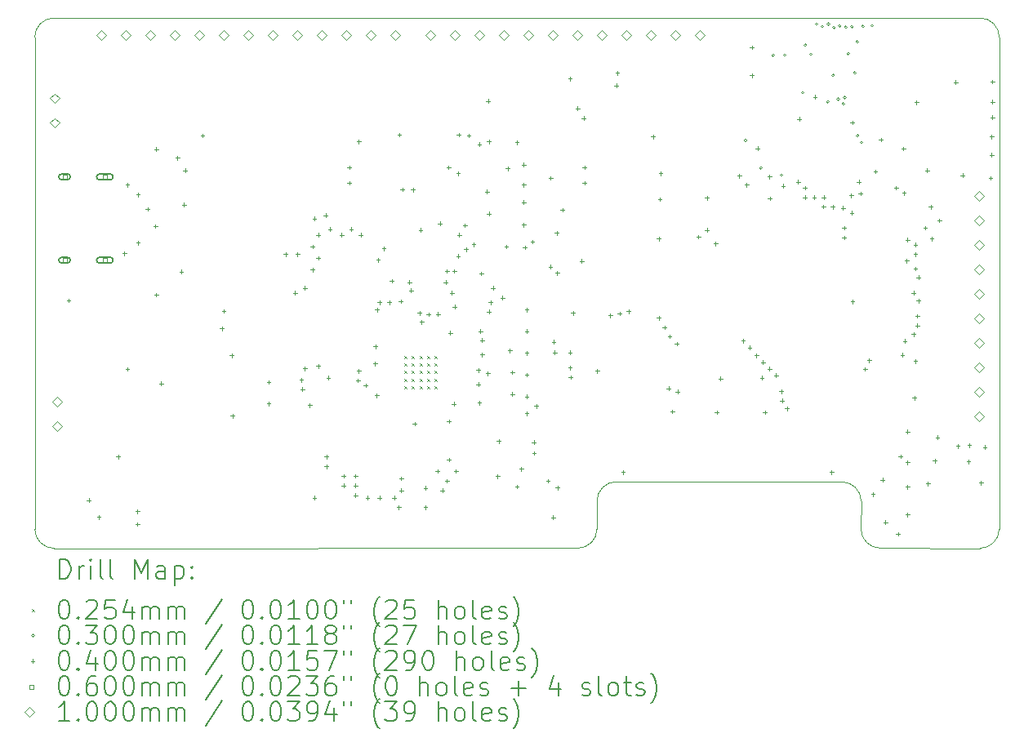
<source format=gbr>
%TF.GenerationSoftware,KiCad,Pcbnew,7.0.5-4d25ed1034~172~ubuntu22.04.1*%
%TF.CreationDate,2023-07-08T07:21:56+02:00*%
%TF.ProjectId,epaper-breakout,65706170-6572-42d6-9272-65616b6f7574,rev?*%
%TF.SameCoordinates,Original*%
%TF.FileFunction,Drillmap*%
%TF.FilePolarity,Positive*%
%FSLAX45Y45*%
G04 Gerber Fmt 4.5, Leading zero omitted, Abs format (unit mm)*
G04 Created by KiCad (PCBNEW 7.0.5-4d25ed1034~172~ubuntu22.04.1) date 2023-07-08 07:21:56*
%MOMM*%
%LPD*%
G01*
G04 APERTURE LIST*
%ADD10C,0.050000*%
%ADD11C,0.200000*%
%ADD12C,0.025400*%
%ADD13C,0.030000*%
%ADD14C,0.040000*%
%ADD15C,0.060000*%
%ADD16C,0.100000*%
G04 APERTURE END LIST*
D10*
X2500000Y-6250000D02*
X2500000Y-1150000D01*
X2700000Y-6450000D02*
X8130000Y-6448579D01*
X12500000Y-1150000D02*
X12500000Y-6250000D01*
X2700000Y-950000D02*
X12300000Y-950000D01*
X2700000Y-950000D02*
G75*
G03*
X2500000Y-1150000I0J-200000D01*
G01*
X8530000Y-5760000D02*
G75*
G03*
X8330000Y-5960000I0J-200000D01*
G01*
X8330000Y-6248579D02*
X8330000Y-5960000D01*
X8130000Y-6448580D02*
G75*
G03*
X8330000Y-6248579I0J200000D01*
G01*
X11066621Y-6248579D02*
G75*
G03*
X11266621Y-6448579I199999J-1D01*
G01*
X8870000Y-5760000D02*
X8530000Y-5760000D01*
X12500000Y-1150000D02*
G75*
G03*
X12300000Y-950000I-200000J0D01*
G01*
X2500000Y-6250000D02*
G75*
G03*
X2700000Y-6450000I200000J0D01*
G01*
X11066621Y-6248579D02*
X11068579Y-5961421D01*
X12300000Y-6450000D02*
G75*
G03*
X12500000Y-6250000I0J200000D01*
G01*
X11266621Y-6448579D02*
X12300000Y-6450000D01*
X11068579Y-5961421D02*
G75*
G03*
X10868579Y-5761421I-199999J1D01*
G01*
X10868579Y-5761421D02*
X8870000Y-5760000D01*
D11*
D12*
X6332220Y-4452620D02*
X6357620Y-4478020D01*
X6357620Y-4452620D02*
X6332220Y-4478020D01*
X6332220Y-4531360D02*
X6357620Y-4556760D01*
X6357620Y-4531360D02*
X6332220Y-4556760D01*
X6332220Y-4610100D02*
X6357620Y-4635500D01*
X6357620Y-4610100D02*
X6332220Y-4635500D01*
X6332220Y-4688840D02*
X6357620Y-4714240D01*
X6357620Y-4688840D02*
X6332220Y-4714240D01*
X6332220Y-4767580D02*
X6357620Y-4792980D01*
X6357620Y-4767580D02*
X6332220Y-4792980D01*
X6410960Y-4452620D02*
X6436360Y-4478020D01*
X6436360Y-4452620D02*
X6410960Y-4478020D01*
X6410960Y-4531360D02*
X6436360Y-4556760D01*
X6436360Y-4531360D02*
X6410960Y-4556760D01*
X6410960Y-4610100D02*
X6436360Y-4635500D01*
X6436360Y-4610100D02*
X6410960Y-4635500D01*
X6410960Y-4688840D02*
X6436360Y-4714240D01*
X6436360Y-4688840D02*
X6410960Y-4714240D01*
X6410960Y-4767580D02*
X6436360Y-4792980D01*
X6436360Y-4767580D02*
X6410960Y-4792980D01*
X6489700Y-4452620D02*
X6515100Y-4478020D01*
X6515100Y-4452620D02*
X6489700Y-4478020D01*
X6489700Y-4531360D02*
X6515100Y-4556760D01*
X6515100Y-4531360D02*
X6489700Y-4556760D01*
X6489700Y-4610100D02*
X6515100Y-4635500D01*
X6515100Y-4610100D02*
X6489700Y-4635500D01*
X6489700Y-4688840D02*
X6515100Y-4714240D01*
X6515100Y-4688840D02*
X6489700Y-4714240D01*
X6489700Y-4767580D02*
X6515100Y-4792980D01*
X6515100Y-4767580D02*
X6489700Y-4792980D01*
X6568440Y-4452620D02*
X6593840Y-4478020D01*
X6593840Y-4452620D02*
X6568440Y-4478020D01*
X6568440Y-4531360D02*
X6593840Y-4556760D01*
X6593840Y-4531360D02*
X6568440Y-4556760D01*
X6568440Y-4610100D02*
X6593840Y-4635500D01*
X6593840Y-4610100D02*
X6568440Y-4635500D01*
X6568440Y-4688840D02*
X6593840Y-4714240D01*
X6593840Y-4688840D02*
X6568440Y-4714240D01*
X6568440Y-4767580D02*
X6593840Y-4792980D01*
X6593840Y-4767580D02*
X6568440Y-4792980D01*
X6647180Y-4452620D02*
X6672580Y-4478020D01*
X6672580Y-4452620D02*
X6647180Y-4478020D01*
X6647180Y-4531360D02*
X6672580Y-4556760D01*
X6672580Y-4531360D02*
X6647180Y-4556760D01*
X6647180Y-4610100D02*
X6672580Y-4635500D01*
X6672580Y-4610100D02*
X6647180Y-4635500D01*
X6647180Y-4688840D02*
X6672580Y-4714240D01*
X6672580Y-4688840D02*
X6647180Y-4714240D01*
X6647180Y-4767580D02*
X6672580Y-4792980D01*
X6672580Y-4767580D02*
X6647180Y-4792980D01*
D13*
X9887000Y-2220000D02*
G75*
G03*
X9887000Y-2220000I-15000J0D01*
G01*
X10043000Y-2507000D02*
G75*
G03*
X10043000Y-2507000I-15000J0D01*
G01*
X10170000Y-1339000D02*
G75*
G03*
X10170000Y-1339000I-15000J0D01*
G01*
X10257000Y-2580000D02*
G75*
G03*
X10257000Y-2580000I-15000J0D01*
G01*
X10290000Y-1335000D02*
G75*
G03*
X10290000Y-1335000I-15000J0D01*
G01*
X10477000Y-1725000D02*
G75*
G03*
X10477000Y-1725000I-15000J0D01*
G01*
X10504000Y-1232000D02*
G75*
G03*
X10504000Y-1232000I-15000J0D01*
G01*
X10563000Y-1326000D02*
G75*
G03*
X10563000Y-1326000I-15000J0D01*
G01*
X10621000Y-1015000D02*
G75*
G03*
X10621000Y-1015000I-15000J0D01*
G01*
X10680000Y-1040000D02*
G75*
G03*
X10680000Y-1040000I-15000J0D01*
G01*
X10739000Y-1819000D02*
G75*
G03*
X10739000Y-1819000I-15000J0D01*
G01*
X10744000Y-1013000D02*
G75*
G03*
X10744000Y-1013000I-15000J0D01*
G01*
X10792000Y-1546000D02*
G75*
G03*
X10792000Y-1546000I-15000J0D01*
G01*
X10802000Y-1051000D02*
G75*
G03*
X10802000Y-1051000I-15000J0D01*
G01*
X10845000Y-1793000D02*
G75*
G03*
X10845000Y-1793000I-15000J0D01*
G01*
X10862000Y-1033000D02*
G75*
G03*
X10862000Y-1033000I-15000J0D01*
G01*
X10899000Y-1841000D02*
G75*
G03*
X10899000Y-1841000I-15000J0D01*
G01*
X10912000Y-1776000D02*
G75*
G03*
X10912000Y-1776000I-15000J0D01*
G01*
X10924000Y-1044000D02*
G75*
G03*
X10924000Y-1044000I-15000J0D01*
G01*
X10950000Y-1321000D02*
G75*
G03*
X10950000Y-1321000I-15000J0D01*
G01*
X10988000Y-1040000D02*
G75*
G03*
X10988000Y-1040000I-15000J0D01*
G01*
X11017000Y-1520000D02*
G75*
G03*
X11017000Y-1520000I-15000J0D01*
G01*
X11042000Y-1198000D02*
G75*
G03*
X11042000Y-1198000I-15000J0D01*
G01*
X11047000Y-2170000D02*
G75*
G03*
X11047000Y-2170000I-15000J0D01*
G01*
X11087000Y-2243000D02*
G75*
G03*
X11087000Y-2243000I-15000J0D01*
G01*
X11101000Y-1036000D02*
G75*
G03*
X11101000Y-1036000I-15000J0D01*
G01*
X11197000Y-1031000D02*
G75*
G03*
X11197000Y-1031000I-15000J0D01*
G01*
D14*
X2850000Y-3860000D02*
X2850000Y-3900000D01*
X2830000Y-3880000D02*
X2870000Y-3880000D01*
X3060000Y-5930000D02*
X3060000Y-5970000D01*
X3040000Y-5950000D02*
X3080000Y-5950000D01*
X3165000Y-6105000D02*
X3165000Y-6145000D01*
X3145000Y-6125000D02*
X3185000Y-6125000D01*
X3365000Y-5480000D02*
X3365000Y-5520000D01*
X3345000Y-5500000D02*
X3385000Y-5500000D01*
X3430000Y-3370000D02*
X3430000Y-3410000D01*
X3410000Y-3390000D02*
X3450000Y-3390000D01*
X3460000Y-2660000D02*
X3460000Y-2700000D01*
X3440000Y-2680000D02*
X3480000Y-2680000D01*
X3460000Y-4570000D02*
X3460000Y-4610000D01*
X3440000Y-4590000D02*
X3480000Y-4590000D01*
X3563394Y-6046444D02*
X3563394Y-6086444D01*
X3543394Y-6066444D02*
X3583394Y-6066444D01*
X3565000Y-6180000D02*
X3565000Y-6220000D01*
X3545000Y-6200000D02*
X3585000Y-6200000D01*
X3570000Y-2760000D02*
X3570000Y-2800000D01*
X3550000Y-2780000D02*
X3590000Y-2780000D01*
X3570000Y-3260000D02*
X3570000Y-3300000D01*
X3550000Y-3280000D02*
X3590000Y-3280000D01*
X3670858Y-2910801D02*
X3670858Y-2950801D01*
X3650858Y-2930801D02*
X3690858Y-2930801D01*
X3750000Y-3090000D02*
X3750000Y-3130000D01*
X3730000Y-3110000D02*
X3770000Y-3110000D01*
X3760000Y-2290000D02*
X3760000Y-2330000D01*
X3740000Y-2310000D02*
X3780000Y-2310000D01*
X3760000Y-3800000D02*
X3760000Y-3840000D01*
X3740000Y-3820000D02*
X3780000Y-3820000D01*
X3810000Y-4720000D02*
X3810000Y-4760000D01*
X3790000Y-4740000D02*
X3830000Y-4740000D01*
X3980000Y-2380000D02*
X3980000Y-2420000D01*
X3960000Y-2400000D02*
X4000000Y-2400000D01*
X4020000Y-3560000D02*
X4020000Y-3600000D01*
X4000000Y-3580000D02*
X4040000Y-3580000D01*
X4046634Y-2866634D02*
X4046634Y-2906634D01*
X4026634Y-2886634D02*
X4066634Y-2886634D01*
X4060000Y-2510000D02*
X4060000Y-2550000D01*
X4040000Y-2530000D02*
X4080000Y-2530000D01*
X4240000Y-2150000D02*
X4240000Y-2190000D01*
X4220000Y-2170000D02*
X4260000Y-2170000D01*
X4440000Y-4150000D02*
X4440000Y-4190000D01*
X4420000Y-4170000D02*
X4460000Y-4170000D01*
X4460000Y-3970000D02*
X4460000Y-4010000D01*
X4440000Y-3990000D02*
X4480000Y-3990000D01*
X4540000Y-4430000D02*
X4540000Y-4470000D01*
X4520000Y-4450000D02*
X4560000Y-4450000D01*
X4550000Y-5055000D02*
X4550000Y-5095000D01*
X4530000Y-5075000D02*
X4570000Y-5075000D01*
X4925000Y-4705000D02*
X4925000Y-4745000D01*
X4905000Y-4725000D02*
X4945000Y-4725000D01*
X4925000Y-4930000D02*
X4925000Y-4970000D01*
X4905000Y-4950000D02*
X4945000Y-4950000D01*
X5100000Y-3380000D02*
X5100000Y-3420000D01*
X5080000Y-3400000D02*
X5120000Y-3400000D01*
X5200000Y-3780000D02*
X5200000Y-3820000D01*
X5180000Y-3800000D02*
X5220000Y-3800000D01*
X5225000Y-3380000D02*
X5225000Y-3420000D01*
X5205000Y-3400000D02*
X5245000Y-3400000D01*
X5262928Y-4684762D02*
X5262928Y-4724762D01*
X5242928Y-4704762D02*
X5282928Y-4704762D01*
X5275000Y-4780000D02*
X5275000Y-4820000D01*
X5255000Y-4800000D02*
X5295000Y-4800000D01*
X5300000Y-3730000D02*
X5300000Y-3770000D01*
X5280000Y-3750000D02*
X5320000Y-3750000D01*
X5300000Y-4564000D02*
X5300000Y-4604000D01*
X5280000Y-4584000D02*
X5320000Y-4584000D01*
X5350000Y-4946400D02*
X5350000Y-4986400D01*
X5330000Y-4966400D02*
X5370000Y-4966400D01*
X5380000Y-3300000D02*
X5380000Y-3340000D01*
X5360000Y-3320000D02*
X5400000Y-3320000D01*
X5380000Y-3540000D02*
X5380000Y-3580000D01*
X5360000Y-3560000D02*
X5400000Y-3560000D01*
X5400000Y-3010000D02*
X5400000Y-3050000D01*
X5380000Y-3030000D02*
X5420000Y-3030000D01*
X5400000Y-5905000D02*
X5400000Y-5945000D01*
X5380000Y-5925000D02*
X5420000Y-5925000D01*
X5439669Y-4540410D02*
X5439669Y-4580410D01*
X5419669Y-4560410D02*
X5459669Y-4560410D01*
X5440000Y-3180000D02*
X5440000Y-3220000D01*
X5420000Y-3200000D02*
X5460000Y-3200000D01*
X5440000Y-3420000D02*
X5440000Y-3460000D01*
X5420000Y-3440000D02*
X5460000Y-3440000D01*
X5515169Y-2975169D02*
X5515169Y-3015169D01*
X5495169Y-2995169D02*
X5535169Y-2995169D01*
X5525000Y-5480000D02*
X5525000Y-5520000D01*
X5505000Y-5500000D02*
X5545000Y-5500000D01*
X5525000Y-5580000D02*
X5525000Y-5620000D01*
X5505000Y-5600000D02*
X5545000Y-5600000D01*
X5543800Y-4661200D02*
X5543800Y-4701200D01*
X5523800Y-4681200D02*
X5563800Y-4681200D01*
X5560000Y-3120000D02*
X5560000Y-3160000D01*
X5540000Y-3140000D02*
X5580000Y-3140000D01*
X5680000Y-3180000D02*
X5680000Y-3220000D01*
X5660000Y-3200000D02*
X5700000Y-3200000D01*
X5700000Y-5680000D02*
X5700000Y-5720000D01*
X5680000Y-5700000D02*
X5720000Y-5700000D01*
X5700000Y-5780000D02*
X5700000Y-5820000D01*
X5680000Y-5800000D02*
X5720000Y-5800000D01*
X5760000Y-2480000D02*
X5760000Y-2520000D01*
X5740000Y-2500000D02*
X5780000Y-2500000D01*
X5760000Y-2640000D02*
X5760000Y-2680000D01*
X5740000Y-2660000D02*
X5780000Y-2660000D01*
X5780000Y-3120000D02*
X5780000Y-3160000D01*
X5760000Y-3140000D02*
X5800000Y-3140000D01*
X5825000Y-5680000D02*
X5825000Y-5720000D01*
X5805000Y-5700000D02*
X5845000Y-5700000D01*
X5825000Y-5780000D02*
X5825000Y-5820000D01*
X5805000Y-5800000D02*
X5845000Y-5800000D01*
X5825000Y-5880000D02*
X5825000Y-5920000D01*
X5805000Y-5900000D02*
X5845000Y-5900000D01*
X5849678Y-4689440D02*
X5849678Y-4729440D01*
X5829678Y-4709440D02*
X5869678Y-4709440D01*
X5860000Y-2210000D02*
X5860000Y-2250000D01*
X5840000Y-2230000D02*
X5880000Y-2230000D01*
X5860100Y-4590100D02*
X5860100Y-4630100D01*
X5840100Y-4610100D02*
X5880100Y-4610100D01*
X5880000Y-3180000D02*
X5880000Y-3220000D01*
X5860000Y-3200000D02*
X5900000Y-3200000D01*
X5931470Y-4739699D02*
X5931470Y-4779699D01*
X5911470Y-4759699D02*
X5951470Y-4759699D01*
X5950000Y-5905000D02*
X5950000Y-5945000D01*
X5930000Y-5925000D02*
X5970000Y-5925000D01*
X6027675Y-4513703D02*
X6027675Y-4553703D01*
X6007675Y-4533703D02*
X6047675Y-4533703D01*
X6032626Y-4335974D02*
X6032626Y-4375974D01*
X6012626Y-4355974D02*
X6052626Y-4355974D01*
X6045200Y-4844100D02*
X6045200Y-4884100D01*
X6025200Y-4864100D02*
X6065200Y-4864100D01*
X6050000Y-3955000D02*
X6050000Y-3995000D01*
X6030000Y-3975000D02*
X6070000Y-3975000D01*
X6060000Y-3440000D02*
X6060000Y-3480000D01*
X6040000Y-3460000D02*
X6080000Y-3460000D01*
X6075000Y-3880000D02*
X6075000Y-3920000D01*
X6055000Y-3900000D02*
X6095000Y-3900000D01*
X6075000Y-5905000D02*
X6075000Y-5945000D01*
X6055000Y-5925000D02*
X6095000Y-5925000D01*
X6120000Y-3320000D02*
X6120000Y-3360000D01*
X6100000Y-3340000D02*
X6140000Y-3340000D01*
X6175000Y-3880000D02*
X6175000Y-3920000D01*
X6155000Y-3900000D02*
X6195000Y-3900000D01*
X6201553Y-3656553D02*
X6201553Y-3696553D01*
X6181553Y-3676553D02*
X6221553Y-3676553D01*
X6225000Y-5905000D02*
X6225000Y-5945000D01*
X6205000Y-5925000D02*
X6245000Y-5925000D01*
X6275000Y-6005000D02*
X6275000Y-6045000D01*
X6255000Y-6025000D02*
X6295000Y-6025000D01*
X6280000Y-2140000D02*
X6280000Y-2180000D01*
X6260000Y-2160000D02*
X6300000Y-2160000D01*
X6292779Y-3867324D02*
X6292779Y-3907324D01*
X6272779Y-3887324D02*
X6312779Y-3887324D01*
X6300000Y-5705000D02*
X6300000Y-5745000D01*
X6280000Y-5725000D02*
X6320000Y-5725000D01*
X6300000Y-5830000D02*
X6300000Y-5870000D01*
X6280000Y-5850000D02*
X6320000Y-5850000D01*
X6310000Y-2708450D02*
X6310000Y-2748450D01*
X6290000Y-2728450D02*
X6330000Y-2728450D01*
X6385400Y-3669600D02*
X6385400Y-3709600D01*
X6365400Y-3689600D02*
X6405400Y-3689600D01*
X6400000Y-3755000D02*
X6400000Y-3795000D01*
X6380000Y-3775000D02*
X6420000Y-3775000D01*
X6420000Y-2710000D02*
X6420000Y-2750000D01*
X6400000Y-2730000D02*
X6440000Y-2730000D01*
X6436728Y-5138466D02*
X6436728Y-5178466D01*
X6416728Y-5158466D02*
X6456728Y-5158466D01*
X6487636Y-3989400D02*
X6487636Y-4029400D01*
X6467636Y-4009400D02*
X6507636Y-4009400D01*
X6500000Y-3130000D02*
X6500000Y-3170000D01*
X6480000Y-3150000D02*
X6520000Y-3150000D01*
X6512399Y-4082100D02*
X6512399Y-4122100D01*
X6492399Y-4102100D02*
X6532399Y-4102100D01*
X6550000Y-5805000D02*
X6550000Y-5845000D01*
X6530000Y-5825000D02*
X6570000Y-5825000D01*
X6550000Y-6005000D02*
X6550000Y-6045000D01*
X6530000Y-6025000D02*
X6570000Y-6025000D01*
X6582766Y-4002766D02*
X6582766Y-4042766D01*
X6562766Y-4022766D02*
X6602766Y-4022766D01*
X6675000Y-5630000D02*
X6675000Y-5670000D01*
X6655000Y-5650000D02*
X6695000Y-5650000D01*
X6679525Y-3999275D02*
X6679525Y-4039275D01*
X6659525Y-4019275D02*
X6699525Y-4019275D01*
X6700000Y-3060000D02*
X6700000Y-3100000D01*
X6680000Y-3080000D02*
X6720000Y-3080000D01*
X6725000Y-5830000D02*
X6725000Y-5870000D01*
X6705000Y-5850000D02*
X6745000Y-5850000D01*
X6760400Y-3669600D02*
X6760400Y-3709600D01*
X6740400Y-3689600D02*
X6780400Y-3689600D01*
X6775000Y-3555000D02*
X6775000Y-3595000D01*
X6755000Y-3575000D02*
X6795000Y-3575000D01*
X6775000Y-5730000D02*
X6775000Y-5770000D01*
X6755000Y-5750000D02*
X6795000Y-5750000D01*
X6790000Y-2480000D02*
X6790000Y-2520000D01*
X6770000Y-2500000D02*
X6810000Y-2500000D01*
X6794400Y-5510600D02*
X6794400Y-5550600D01*
X6774400Y-5530600D02*
X6814400Y-5530600D01*
X6794500Y-5113300D02*
X6794500Y-5153300D01*
X6774500Y-5133300D02*
X6814500Y-5133300D01*
X6807200Y-4196400D02*
X6807200Y-4236400D01*
X6787200Y-4216400D02*
X6827200Y-4216400D01*
X6825000Y-3780000D02*
X6825000Y-3820000D01*
X6805000Y-3800000D02*
X6845000Y-3800000D01*
X6845174Y-4933126D02*
X6845174Y-4973126D01*
X6825174Y-4953126D02*
X6865174Y-4953126D01*
X6850000Y-3555000D02*
X6850000Y-3595000D01*
X6830000Y-3575000D02*
X6870000Y-3575000D01*
X6854000Y-3925100D02*
X6854000Y-3965100D01*
X6834000Y-3945100D02*
X6874000Y-3945100D01*
X6865900Y-5630000D02*
X6865900Y-5670000D01*
X6845900Y-5650000D02*
X6885900Y-5650000D01*
X6890000Y-2540000D02*
X6890000Y-2580000D01*
X6870000Y-2560000D02*
X6910000Y-2560000D01*
X6890000Y-3400000D02*
X6890000Y-3440000D01*
X6870000Y-3420000D02*
X6910000Y-3420000D01*
X6895950Y-2140000D02*
X6895950Y-2180000D01*
X6875950Y-2160000D02*
X6915950Y-2160000D01*
X6900000Y-3180000D02*
X6900000Y-3220000D01*
X6880000Y-3200000D02*
X6920000Y-3200000D01*
X6959831Y-3080169D02*
X6959831Y-3120169D01*
X6939831Y-3100169D02*
X6979831Y-3100169D01*
X6970000Y-3330000D02*
X6970000Y-3370000D01*
X6950000Y-3350000D02*
X6990000Y-3350000D01*
X7000000Y-2150000D02*
X7000000Y-2190000D01*
X6980000Y-2170000D02*
X7020000Y-2170000D01*
X7051366Y-3279146D02*
X7051366Y-3319146D01*
X7031366Y-3299146D02*
X7071366Y-3299146D01*
X7099300Y-4582200D02*
X7099300Y-4622200D01*
X7079300Y-4602200D02*
X7119300Y-4602200D01*
X7099300Y-4729800D02*
X7099300Y-4769800D01*
X7079300Y-4749800D02*
X7119300Y-4749800D01*
X7110000Y-2240000D02*
X7110000Y-2280000D01*
X7090000Y-2260000D02*
X7130000Y-2260000D01*
X7110000Y-4920000D02*
X7110000Y-4960000D01*
X7090000Y-4940000D02*
X7130000Y-4940000D01*
X7119709Y-4178567D02*
X7119709Y-4218567D01*
X7099709Y-4198567D02*
X7139709Y-4198567D01*
X7130000Y-3580000D02*
X7130000Y-3620000D01*
X7110000Y-3600000D02*
X7150000Y-3600000D01*
X7137400Y-4420200D02*
X7137400Y-4460200D01*
X7117400Y-4440200D02*
X7157400Y-4440200D01*
X7138794Y-4272600D02*
X7138794Y-4312600D01*
X7118794Y-4292600D02*
X7158794Y-4292600D01*
X7190000Y-2730000D02*
X7190000Y-2770000D01*
X7170000Y-2750000D02*
X7210000Y-2750000D01*
X7196763Y-4614224D02*
X7196763Y-4654224D01*
X7176763Y-4634224D02*
X7216763Y-4634224D01*
X7200000Y-1790000D02*
X7200000Y-1830000D01*
X7180000Y-1810000D02*
X7220000Y-1810000D01*
X7209226Y-3974645D02*
X7209226Y-4014645D01*
X7189226Y-3994645D02*
X7229226Y-3994645D01*
X7210000Y-2210000D02*
X7210000Y-2250000D01*
X7190000Y-2230000D02*
X7230000Y-2230000D01*
X7210000Y-2960000D02*
X7210000Y-3000000D01*
X7190000Y-2980000D02*
X7230000Y-2980000D01*
X7225000Y-3880000D02*
X7225000Y-3920000D01*
X7205000Y-3900000D02*
X7245000Y-3900000D01*
X7250000Y-3730000D02*
X7250000Y-3770000D01*
X7230000Y-3750000D02*
X7270000Y-3750000D01*
X7300000Y-5684000D02*
X7300000Y-5724000D01*
X7280000Y-5704000D02*
X7320000Y-5704000D01*
X7309153Y-5319050D02*
X7309153Y-5359050D01*
X7289153Y-5339050D02*
X7329153Y-5339050D01*
X7350000Y-3830000D02*
X7350000Y-3870000D01*
X7330000Y-3850000D02*
X7370000Y-3850000D01*
X7390000Y-3300000D02*
X7390000Y-3340000D01*
X7370000Y-3320000D02*
X7410000Y-3320000D01*
X7403450Y-2490000D02*
X7403450Y-2530000D01*
X7383450Y-2510000D02*
X7423450Y-2510000D01*
X7425000Y-4380000D02*
X7425000Y-4420000D01*
X7405000Y-4400000D02*
X7445000Y-4400000D01*
X7450000Y-4605000D02*
X7450000Y-4645000D01*
X7430000Y-4625000D02*
X7470000Y-4625000D01*
X7450000Y-4830000D02*
X7450000Y-4870000D01*
X7430000Y-4850000D02*
X7470000Y-4850000D01*
X7500000Y-2220000D02*
X7500000Y-2260000D01*
X7480000Y-2240000D02*
X7520000Y-2240000D01*
X7500000Y-5790000D02*
X7500000Y-5830000D01*
X7480000Y-5810000D02*
X7520000Y-5810000D01*
X7544889Y-5605000D02*
X7544889Y-5645000D01*
X7524889Y-5625000D02*
X7564889Y-5625000D01*
X7570000Y-2450000D02*
X7570000Y-2490000D01*
X7550000Y-2470000D02*
X7590000Y-2470000D01*
X7570000Y-2840000D02*
X7570000Y-2880000D01*
X7550000Y-2860000D02*
X7590000Y-2860000D01*
X7570550Y-2660000D02*
X7570550Y-2700000D01*
X7550550Y-2680000D02*
X7590550Y-2680000D01*
X7570550Y-3073401D02*
X7570550Y-3113401D01*
X7550550Y-3093401D02*
X7590550Y-3093401D01*
X7580000Y-3310000D02*
X7580000Y-3350000D01*
X7560000Y-3330000D02*
X7600000Y-3330000D01*
X7600000Y-3955000D02*
X7600000Y-3995000D01*
X7580000Y-3975000D02*
X7620000Y-3975000D01*
X7600000Y-4180000D02*
X7600000Y-4220000D01*
X7580000Y-4200000D02*
X7620000Y-4200000D01*
X7600000Y-4405000D02*
X7600000Y-4445000D01*
X7580000Y-4425000D02*
X7620000Y-4425000D01*
X7600000Y-4630000D02*
X7600000Y-4670000D01*
X7580000Y-4650000D02*
X7620000Y-4650000D01*
X7600000Y-4855000D02*
X7600000Y-4895000D01*
X7580000Y-4875000D02*
X7620000Y-4875000D01*
X7600000Y-5030000D02*
X7600000Y-5070000D01*
X7580000Y-5050000D02*
X7620000Y-5050000D01*
X7660000Y-3250000D02*
X7660000Y-3290000D01*
X7640000Y-3270000D02*
X7680000Y-3270000D01*
X7675000Y-5330000D02*
X7675000Y-5370000D01*
X7655000Y-5350000D02*
X7695000Y-5350000D01*
X7676981Y-5442500D02*
X7676981Y-5482500D01*
X7656981Y-5462500D02*
X7696981Y-5462500D01*
X7700000Y-4955000D02*
X7700000Y-4995000D01*
X7680000Y-4975000D02*
X7720000Y-4975000D01*
X7820000Y-5730000D02*
X7820000Y-5770000D01*
X7800000Y-5750000D02*
X7840000Y-5750000D01*
X7845950Y-3510000D02*
X7845950Y-3550000D01*
X7825950Y-3530000D02*
X7865950Y-3530000D01*
X7850000Y-2590000D02*
X7850000Y-2630000D01*
X7830000Y-2610000D02*
X7870000Y-2610000D01*
X7874000Y-6110000D02*
X7874000Y-6150000D01*
X7854000Y-6130000D02*
X7894000Y-6130000D01*
X7880000Y-4290000D02*
X7880000Y-4330000D01*
X7860000Y-4310000D02*
X7900000Y-4310000D01*
X7890000Y-4400000D02*
X7890000Y-4440000D01*
X7870000Y-4420000D02*
X7910000Y-4420000D01*
X7910000Y-3158450D02*
X7910000Y-3198450D01*
X7890000Y-3178450D02*
X7930000Y-3178450D01*
X7917324Y-3574127D02*
X7917324Y-3614127D01*
X7897324Y-3594127D02*
X7937324Y-3594127D01*
X7920000Y-5800000D02*
X7920000Y-5840000D01*
X7900000Y-5820000D02*
X7940000Y-5820000D01*
X7971550Y-2920000D02*
X7971550Y-2960000D01*
X7951550Y-2940000D02*
X7991550Y-2940000D01*
X8050000Y-1558450D02*
X8050000Y-1598450D01*
X8030000Y-1578450D02*
X8070000Y-1578450D01*
X8050000Y-4400000D02*
X8050000Y-4440000D01*
X8030000Y-4420000D02*
X8070000Y-4420000D01*
X8050000Y-4555000D02*
X8050000Y-4595000D01*
X8030000Y-4575000D02*
X8070000Y-4575000D01*
X8054000Y-4655000D02*
X8054000Y-4695000D01*
X8034000Y-4675000D02*
X8074000Y-4675000D01*
X8080000Y-3990000D02*
X8080000Y-4030000D01*
X8060000Y-4010000D02*
X8100000Y-4010000D01*
X8128000Y-1867450D02*
X8128000Y-1907450D01*
X8108000Y-1887450D02*
X8148000Y-1887450D01*
X8170000Y-3450000D02*
X8170000Y-3490000D01*
X8150000Y-3470000D02*
X8190000Y-3470000D01*
X8190000Y-1970000D02*
X8190000Y-2010000D01*
X8170000Y-1990000D02*
X8210000Y-1990000D01*
X8199550Y-2480000D02*
X8199550Y-2520000D01*
X8179550Y-2500000D02*
X8219550Y-2500000D01*
X8200000Y-2640000D02*
X8200000Y-2680000D01*
X8180000Y-2660000D02*
X8220000Y-2660000D01*
X8330000Y-4589050D02*
X8330000Y-4629050D01*
X8310000Y-4609050D02*
X8350000Y-4609050D01*
X8468097Y-4015695D02*
X8468097Y-4055695D01*
X8448097Y-4035695D02*
X8488097Y-4035695D01*
X8530000Y-1630000D02*
X8530000Y-1670000D01*
X8510000Y-1650000D02*
X8550000Y-1650000D01*
X8540000Y-1500000D02*
X8540000Y-1540000D01*
X8520000Y-1520000D02*
X8560000Y-1520000D01*
X8561674Y-3994485D02*
X8561674Y-4034485D01*
X8541674Y-4014485D02*
X8581674Y-4014485D01*
X8600000Y-5640000D02*
X8600000Y-5680000D01*
X8580000Y-5660000D02*
X8620000Y-5660000D01*
X8654873Y-3971676D02*
X8654873Y-4011676D01*
X8634873Y-3991676D02*
X8674873Y-3991676D01*
X8910000Y-2160000D02*
X8910000Y-2200000D01*
X8890000Y-2180000D02*
X8930000Y-2180000D01*
X8968450Y-3220000D02*
X8968450Y-3260000D01*
X8948450Y-3240000D02*
X8988450Y-3240000D01*
X8970000Y-4040000D02*
X8970000Y-4080000D01*
X8950000Y-4060000D02*
X8990000Y-4060000D01*
X8980000Y-2810000D02*
X8980000Y-2850000D01*
X8960000Y-2830000D02*
X9000000Y-2830000D01*
X8990000Y-2540000D02*
X8990000Y-2580000D01*
X8970000Y-2560000D02*
X9010000Y-2560000D01*
X9030000Y-4140000D02*
X9030000Y-4180000D01*
X9010000Y-4160000D02*
X9050000Y-4160000D01*
X9070000Y-4770000D02*
X9070000Y-4810000D01*
X9050000Y-4790000D02*
X9090000Y-4790000D01*
X9082877Y-4232877D02*
X9082877Y-4272877D01*
X9062877Y-4252877D02*
X9102877Y-4252877D01*
X9110000Y-5010000D02*
X9110000Y-5050000D01*
X9090000Y-5030000D02*
X9130000Y-5030000D01*
X9157123Y-4307123D02*
X9157123Y-4347123D01*
X9137123Y-4327123D02*
X9177123Y-4327123D01*
X9165000Y-4805000D02*
X9165000Y-4845000D01*
X9145000Y-4825000D02*
X9185000Y-4825000D01*
X9380000Y-3200000D02*
X9380000Y-3240000D01*
X9360000Y-3220000D02*
X9400000Y-3220000D01*
X9469000Y-2796000D02*
X9469000Y-2836000D01*
X9449000Y-2816000D02*
X9489000Y-2816000D01*
X9470000Y-3130000D02*
X9470000Y-3170000D01*
X9450000Y-3150000D02*
X9490000Y-3150000D01*
X9560000Y-3270000D02*
X9560000Y-3310000D01*
X9540000Y-3290000D02*
X9580000Y-3290000D01*
X9570000Y-5020000D02*
X9570000Y-5060000D01*
X9550000Y-5040000D02*
X9590000Y-5040000D01*
X9610000Y-4670000D02*
X9610000Y-4710000D01*
X9590000Y-4690000D02*
X9630000Y-4690000D01*
X9805000Y-2566000D02*
X9805000Y-2606000D01*
X9785000Y-2586000D02*
X9825000Y-2586000D01*
X9844050Y-4276642D02*
X9844050Y-4316642D01*
X9824050Y-4296642D02*
X9864050Y-4296642D01*
X9881563Y-2658437D02*
X9881563Y-2698437D01*
X9861563Y-2678437D02*
X9901563Y-2678437D01*
X9912500Y-4347500D02*
X9912500Y-4387500D01*
X9892500Y-4367500D02*
X9932500Y-4367500D01*
X9935000Y-1524000D02*
X9935000Y-1564000D01*
X9915000Y-1544000D02*
X9955000Y-1544000D01*
X9936000Y-1235450D02*
X9936000Y-1275450D01*
X9916000Y-1255450D02*
X9956000Y-1255450D01*
X9981800Y-4428200D02*
X9981800Y-4468200D01*
X9961800Y-4448200D02*
X10001800Y-4448200D01*
X9994000Y-2281000D02*
X9994000Y-2321000D01*
X9974000Y-2301000D02*
X10014000Y-2301000D01*
X10040000Y-4660000D02*
X10040000Y-4700000D01*
X10020000Y-4680000D02*
X10060000Y-4680000D01*
X10050250Y-4500250D02*
X10050250Y-4540250D01*
X10030250Y-4520250D02*
X10070250Y-4520250D01*
X10070000Y-5020000D02*
X10070000Y-5060000D01*
X10050000Y-5040000D02*
X10090000Y-5040000D01*
X10118700Y-4568450D02*
X10118700Y-4608450D01*
X10098700Y-4588450D02*
X10138700Y-4588450D01*
X10119000Y-2575500D02*
X10119000Y-2615500D01*
X10099000Y-2595500D02*
X10139000Y-2595500D01*
X10120000Y-2800000D02*
X10120000Y-2840000D01*
X10100000Y-2820000D02*
X10140000Y-2820000D01*
X10187150Y-4636900D02*
X10187150Y-4676900D01*
X10167150Y-4656900D02*
X10207150Y-4656900D01*
X10239297Y-4803191D02*
X10239297Y-4843191D01*
X10219297Y-4823191D02*
X10259297Y-4823191D01*
X10249147Y-4898634D02*
X10249147Y-4938634D01*
X10229147Y-4918634D02*
X10269147Y-4918634D01*
X10260000Y-2670000D02*
X10260000Y-2710000D01*
X10240000Y-2690000D02*
X10280000Y-2690000D01*
X10300000Y-4980000D02*
X10300000Y-5020000D01*
X10280000Y-5000000D02*
X10320000Y-5000000D01*
X10413012Y-2628450D02*
X10413012Y-2668450D01*
X10393012Y-2648450D02*
X10433012Y-2648450D01*
X10426000Y-1978000D02*
X10426000Y-2018000D01*
X10406000Y-1998000D02*
X10446000Y-1998000D01*
X10484235Y-2789295D02*
X10484235Y-2829295D01*
X10464235Y-2809295D02*
X10504235Y-2809295D01*
X10486422Y-2690235D02*
X10486422Y-2730235D01*
X10466422Y-2710235D02*
X10506422Y-2710235D01*
X10581248Y-2789085D02*
X10581248Y-2829085D01*
X10561248Y-2809085D02*
X10601248Y-2809085D01*
X10590000Y-1749000D02*
X10590000Y-1789000D01*
X10570000Y-1769000D02*
X10610000Y-1769000D01*
X10677732Y-2886207D02*
X10677732Y-2926207D01*
X10657732Y-2906207D02*
X10697732Y-2906207D01*
X10678712Y-2788425D02*
X10678712Y-2828425D01*
X10658712Y-2808425D02*
X10698712Y-2808425D01*
X10760000Y-5640000D02*
X10760000Y-5680000D01*
X10740000Y-5660000D02*
X10780000Y-5660000D01*
X10773623Y-2889574D02*
X10773623Y-2929574D01*
X10753623Y-2909574D02*
X10793623Y-2909574D01*
X10880000Y-2900000D02*
X10880000Y-2940000D01*
X10860000Y-2920000D02*
X10900000Y-2920000D01*
X10890018Y-3106785D02*
X10890018Y-3146785D01*
X10870018Y-3126785D02*
X10910018Y-3126785D01*
X10892980Y-3206550D02*
X10892980Y-3246550D01*
X10872980Y-3226550D02*
X10912980Y-3226550D01*
X10966098Y-2769721D02*
X10966098Y-2809721D01*
X10946098Y-2789721D02*
X10986098Y-2789721D01*
X10970000Y-2950000D02*
X10970000Y-2990000D01*
X10950000Y-2970000D02*
X10990000Y-2970000D01*
X10976000Y-2014000D02*
X10976000Y-2054000D01*
X10956000Y-2034000D02*
X10996000Y-2034000D01*
X10980000Y-3870000D02*
X10980000Y-3910000D01*
X10960000Y-3890000D02*
X11000000Y-3890000D01*
X11043450Y-2628450D02*
X11043450Y-2668450D01*
X11023450Y-2648450D02*
X11063450Y-2648450D01*
X11060000Y-2750000D02*
X11060000Y-2790000D01*
X11040000Y-2770000D02*
X11080000Y-2770000D01*
X11110000Y-4570000D02*
X11110000Y-4610000D01*
X11090000Y-4590000D02*
X11130000Y-4590000D01*
X11150000Y-4480000D02*
X11150000Y-4520000D01*
X11130000Y-4500000D02*
X11170000Y-4500000D01*
X11190000Y-5870000D02*
X11190000Y-5910000D01*
X11170000Y-5890000D02*
X11210000Y-5890000D01*
X11215000Y-2522000D02*
X11215000Y-2562000D01*
X11195000Y-2542000D02*
X11235000Y-2542000D01*
X11274000Y-2191000D02*
X11274000Y-2231000D01*
X11254000Y-2211000D02*
X11294000Y-2211000D01*
X11290000Y-5720000D02*
X11290000Y-5760000D01*
X11270000Y-5740000D02*
X11310000Y-5740000D01*
X11320000Y-6160000D02*
X11320000Y-6200000D01*
X11300000Y-6180000D02*
X11340000Y-6180000D01*
X11431276Y-2691259D02*
X11431276Y-2731259D01*
X11411276Y-2711259D02*
X11451276Y-2711259D01*
X11450000Y-6280000D02*
X11450000Y-6320000D01*
X11430000Y-6300000D02*
X11470000Y-6300000D01*
X11477149Y-5477556D02*
X11477149Y-5517556D01*
X11457149Y-5497556D02*
X11497149Y-5497556D01*
X11495409Y-4425000D02*
X11495409Y-4465000D01*
X11475409Y-4445000D02*
X11515409Y-4445000D01*
X11505000Y-2284000D02*
X11505000Y-2324000D01*
X11485000Y-2304000D02*
X11525000Y-2304000D01*
X11511159Y-2744500D02*
X11511159Y-2784500D01*
X11491159Y-2764500D02*
X11531159Y-2764500D01*
X11520000Y-4280000D02*
X11520000Y-4320000D01*
X11500000Y-4300000D02*
X11540000Y-4300000D01*
X11541808Y-3448450D02*
X11541808Y-3488450D01*
X11521808Y-3468450D02*
X11561808Y-3468450D01*
X11547760Y-5792240D02*
X11547760Y-5832240D01*
X11527760Y-5812240D02*
X11567760Y-5812240D01*
X11550000Y-3230000D02*
X11550000Y-3270000D01*
X11530000Y-3250000D02*
X11570000Y-3250000D01*
X11550000Y-5220000D02*
X11550000Y-5260000D01*
X11530000Y-5240000D02*
X11570000Y-5240000D01*
X11550000Y-5540000D02*
X11550000Y-5580000D01*
X11530000Y-5560000D02*
X11570000Y-5560000D01*
X11550000Y-6080000D02*
X11550000Y-6120000D01*
X11530000Y-6100000D02*
X11570000Y-6100000D01*
X11610000Y-4210000D02*
X11610000Y-4250000D01*
X11590000Y-4230000D02*
X11630000Y-4230000D01*
X11611550Y-3780055D02*
X11611550Y-3820055D01*
X11591550Y-3800055D02*
X11631550Y-3800055D01*
X11620000Y-4870000D02*
X11620000Y-4910000D01*
X11600000Y-4890000D02*
X11640000Y-4890000D01*
X11630000Y-3380000D02*
X11630000Y-3420000D01*
X11610000Y-3400000D02*
X11650000Y-3400000D01*
X11630000Y-3528450D02*
X11630000Y-3568450D01*
X11610000Y-3548450D02*
X11650000Y-3548450D01*
X11630000Y-4490000D02*
X11630000Y-4530000D01*
X11610000Y-4510000D02*
X11650000Y-4510000D01*
X11631563Y-3281563D02*
X11631563Y-3321563D01*
X11611563Y-3301563D02*
X11651563Y-3301563D01*
X11643000Y-1806000D02*
X11643000Y-1846000D01*
X11623000Y-1826000D02*
X11663000Y-1826000D01*
X11650000Y-4020000D02*
X11650000Y-4060000D01*
X11630000Y-4040000D02*
X11670000Y-4040000D01*
X11650000Y-4120000D02*
X11650000Y-4160000D01*
X11630000Y-4140000D02*
X11670000Y-4140000D01*
X11661550Y-3619065D02*
X11661550Y-3659065D01*
X11641550Y-3639065D02*
X11681550Y-3639065D01*
X11661550Y-3861947D02*
X11661550Y-3901947D01*
X11641550Y-3881947D02*
X11681550Y-3881947D01*
X11733401Y-3106598D02*
X11733401Y-3146598D01*
X11713401Y-3126598D02*
X11753401Y-3126598D01*
X11751000Y-2512000D02*
X11751000Y-2552000D01*
X11731000Y-2532000D02*
X11771000Y-2532000D01*
X11760000Y-5760000D02*
X11760000Y-5800000D01*
X11740000Y-5780000D02*
X11780000Y-5780000D01*
X11790000Y-2890000D02*
X11790000Y-2930000D01*
X11770000Y-2910000D02*
X11810000Y-2910000D01*
X11800000Y-3220000D02*
X11800000Y-3260000D01*
X11780000Y-3240000D02*
X11820000Y-3240000D01*
X11830000Y-5520950D02*
X11830000Y-5560950D01*
X11810000Y-5540950D02*
X11850000Y-5540950D01*
X11860000Y-5280000D02*
X11860000Y-5320000D01*
X11840000Y-5300000D02*
X11880000Y-5300000D01*
X11879050Y-3030000D02*
X11879050Y-3070000D01*
X11859050Y-3050000D02*
X11899050Y-3050000D01*
X12049000Y-1597000D02*
X12049000Y-1637000D01*
X12029000Y-1617000D02*
X12069000Y-1617000D01*
X12070950Y-5370000D02*
X12070950Y-5410000D01*
X12050950Y-5390000D02*
X12090950Y-5390000D01*
X12120000Y-2560000D02*
X12120000Y-2600000D01*
X12100000Y-2580000D02*
X12140000Y-2580000D01*
X12180000Y-5530000D02*
X12180000Y-5570000D01*
X12160000Y-5550000D02*
X12200000Y-5550000D01*
X12190000Y-5360000D02*
X12190000Y-5400000D01*
X12170000Y-5380000D02*
X12210000Y-5380000D01*
X12310000Y-5750000D02*
X12310000Y-5790000D01*
X12290000Y-5770000D02*
X12330000Y-5770000D01*
X12350000Y-5380000D02*
X12350000Y-5420000D01*
X12330000Y-5400000D02*
X12370000Y-5400000D01*
X12410000Y-2590000D02*
X12410000Y-2630000D01*
X12390000Y-2610000D02*
X12430000Y-2610000D01*
X12420000Y-2160000D02*
X12420000Y-2200000D01*
X12400000Y-2180000D02*
X12440000Y-2180000D01*
X12420000Y-2350000D02*
X12420000Y-2390000D01*
X12400000Y-2370000D02*
X12440000Y-2370000D01*
X12430000Y-1590000D02*
X12430000Y-1630000D01*
X12410000Y-1610000D02*
X12450000Y-1610000D01*
X12430000Y-1800000D02*
X12430000Y-1840000D01*
X12410000Y-1820000D02*
X12450000Y-1820000D01*
X12430000Y-1960000D02*
X12430000Y-2000000D01*
X12410000Y-1980000D02*
X12450000Y-1980000D01*
D15*
X2830213Y-2619213D02*
X2830213Y-2576787D01*
X2787787Y-2576787D01*
X2787787Y-2619213D01*
X2830213Y-2619213D01*
D11*
X2839000Y-2568000D02*
X2779000Y-2568000D01*
X2779000Y-2568000D02*
G75*
G03*
X2779000Y-2628000I0J-30000D01*
G01*
X2779000Y-2628000D02*
X2839000Y-2628000D01*
X2839000Y-2628000D02*
G75*
G03*
X2839000Y-2568000I0J30000D01*
G01*
D15*
X2830213Y-3483213D02*
X2830213Y-3440787D01*
X2787787Y-3440787D01*
X2787787Y-3483213D01*
X2830213Y-3483213D01*
D11*
X2839000Y-3432000D02*
X2779000Y-3432000D01*
X2779000Y-3432000D02*
G75*
G03*
X2779000Y-3492000I0J-30000D01*
G01*
X2779000Y-3492000D02*
X2839000Y-3492000D01*
X2839000Y-3492000D02*
G75*
G03*
X2839000Y-3432000I0J30000D01*
G01*
D15*
X3248213Y-2619213D02*
X3248213Y-2576787D01*
X3205787Y-2576787D01*
X3205787Y-2619213D01*
X3248213Y-2619213D01*
D11*
X3282000Y-2568000D02*
X3172000Y-2568000D01*
X3172000Y-2568000D02*
G75*
G03*
X3172000Y-2628000I0J-30000D01*
G01*
X3172000Y-2628000D02*
X3282000Y-2628000D01*
X3282000Y-2628000D02*
G75*
G03*
X3282000Y-2568000I0J30000D01*
G01*
D15*
X3248213Y-3483213D02*
X3248213Y-3440787D01*
X3205787Y-3440787D01*
X3205787Y-3483213D01*
X3248213Y-3483213D01*
D11*
X3282000Y-3432000D02*
X3172000Y-3432000D01*
X3172000Y-3432000D02*
G75*
G03*
X3172000Y-3492000I0J-30000D01*
G01*
X3172000Y-3492000D02*
X3282000Y-3492000D01*
X3282000Y-3492000D02*
G75*
G03*
X3282000Y-3432000I0J30000D01*
G01*
D16*
X2710000Y-1833500D02*
X2760000Y-1783500D01*
X2710000Y-1733500D01*
X2660000Y-1783500D01*
X2710000Y-1833500D01*
X2710000Y-2087500D02*
X2760000Y-2037500D01*
X2710000Y-1987500D01*
X2660000Y-2037500D01*
X2710000Y-2087500D01*
X2735000Y-4977500D02*
X2785000Y-4927500D01*
X2735000Y-4877500D01*
X2685000Y-4927500D01*
X2735000Y-4977500D01*
X2735000Y-5231500D02*
X2785000Y-5181500D01*
X2735000Y-5131500D01*
X2685000Y-5181500D01*
X2735000Y-5231500D01*
X3187500Y-1180000D02*
X3237500Y-1130000D01*
X3187500Y-1080000D01*
X3137500Y-1130000D01*
X3187500Y-1180000D01*
X3441500Y-1180000D02*
X3491500Y-1130000D01*
X3441500Y-1080000D01*
X3391500Y-1130000D01*
X3441500Y-1180000D01*
X3695500Y-1180000D02*
X3745500Y-1130000D01*
X3695500Y-1080000D01*
X3645500Y-1130000D01*
X3695500Y-1180000D01*
X3949500Y-1180000D02*
X3999500Y-1130000D01*
X3949500Y-1080000D01*
X3899500Y-1130000D01*
X3949500Y-1180000D01*
X4203500Y-1180000D02*
X4253500Y-1130000D01*
X4203500Y-1080000D01*
X4153500Y-1130000D01*
X4203500Y-1180000D01*
X4457500Y-1180000D02*
X4507500Y-1130000D01*
X4457500Y-1080000D01*
X4407500Y-1130000D01*
X4457500Y-1180000D01*
X4711500Y-1180000D02*
X4761500Y-1130000D01*
X4711500Y-1080000D01*
X4661500Y-1130000D01*
X4711500Y-1180000D01*
X4965500Y-1180000D02*
X5015500Y-1130000D01*
X4965500Y-1080000D01*
X4915500Y-1130000D01*
X4965500Y-1180000D01*
X5219500Y-1180000D02*
X5269500Y-1130000D01*
X5219500Y-1080000D01*
X5169500Y-1130000D01*
X5219500Y-1180000D01*
X5473500Y-1180000D02*
X5523500Y-1130000D01*
X5473500Y-1080000D01*
X5423500Y-1130000D01*
X5473500Y-1180000D01*
X5727500Y-1180000D02*
X5777500Y-1130000D01*
X5727500Y-1080000D01*
X5677500Y-1130000D01*
X5727500Y-1180000D01*
X5981500Y-1180000D02*
X6031500Y-1130000D01*
X5981500Y-1080000D01*
X5931500Y-1130000D01*
X5981500Y-1180000D01*
X6235500Y-1180000D02*
X6285500Y-1130000D01*
X6235500Y-1080000D01*
X6185500Y-1130000D01*
X6235500Y-1180000D01*
X6600000Y-1180000D02*
X6650000Y-1130000D01*
X6600000Y-1080000D01*
X6550000Y-1130000D01*
X6600000Y-1180000D01*
X6854000Y-1180000D02*
X6904000Y-1130000D01*
X6854000Y-1080000D01*
X6804000Y-1130000D01*
X6854000Y-1180000D01*
X7108000Y-1180000D02*
X7158000Y-1130000D01*
X7108000Y-1080000D01*
X7058000Y-1130000D01*
X7108000Y-1180000D01*
X7362000Y-1180000D02*
X7412000Y-1130000D01*
X7362000Y-1080000D01*
X7312000Y-1130000D01*
X7362000Y-1180000D01*
X7616000Y-1180000D02*
X7666000Y-1130000D01*
X7616000Y-1080000D01*
X7566000Y-1130000D01*
X7616000Y-1180000D01*
X7870000Y-1180000D02*
X7920000Y-1130000D01*
X7870000Y-1080000D01*
X7820000Y-1130000D01*
X7870000Y-1180000D01*
X8124000Y-1180000D02*
X8174000Y-1130000D01*
X8124000Y-1080000D01*
X8074000Y-1130000D01*
X8124000Y-1180000D01*
X8378000Y-1180000D02*
X8428000Y-1130000D01*
X8378000Y-1080000D01*
X8328000Y-1130000D01*
X8378000Y-1180000D01*
X8632000Y-1180000D02*
X8682000Y-1130000D01*
X8632000Y-1080000D01*
X8582000Y-1130000D01*
X8632000Y-1180000D01*
X8886000Y-1180000D02*
X8936000Y-1130000D01*
X8886000Y-1080000D01*
X8836000Y-1130000D01*
X8886000Y-1180000D01*
X9140000Y-1180000D02*
X9190000Y-1130000D01*
X9140000Y-1080000D01*
X9090000Y-1130000D01*
X9140000Y-1180000D01*
X9394000Y-1180000D02*
X9444000Y-1130000D01*
X9394000Y-1080000D01*
X9344000Y-1130000D01*
X9394000Y-1180000D01*
X12293600Y-2844000D02*
X12343600Y-2794000D01*
X12293600Y-2744000D01*
X12243600Y-2794000D01*
X12293600Y-2844000D01*
X12293600Y-3098000D02*
X12343600Y-3048000D01*
X12293600Y-2998000D01*
X12243600Y-3048000D01*
X12293600Y-3098000D01*
X12293600Y-3352000D02*
X12343600Y-3302000D01*
X12293600Y-3252000D01*
X12243600Y-3302000D01*
X12293600Y-3352000D01*
X12293600Y-3606000D02*
X12343600Y-3556000D01*
X12293600Y-3506000D01*
X12243600Y-3556000D01*
X12293600Y-3606000D01*
X12293600Y-3860000D02*
X12343600Y-3810000D01*
X12293600Y-3760000D01*
X12243600Y-3810000D01*
X12293600Y-3860000D01*
X12293600Y-4114000D02*
X12343600Y-4064000D01*
X12293600Y-4014000D01*
X12243600Y-4064000D01*
X12293600Y-4114000D01*
X12293600Y-4368000D02*
X12343600Y-4318000D01*
X12293600Y-4268000D01*
X12243600Y-4318000D01*
X12293600Y-4368000D01*
X12293600Y-4622000D02*
X12343600Y-4572000D01*
X12293600Y-4522000D01*
X12243600Y-4572000D01*
X12293600Y-4622000D01*
X12293600Y-4876000D02*
X12343600Y-4826000D01*
X12293600Y-4776000D01*
X12243600Y-4826000D01*
X12293600Y-4876000D01*
X12293600Y-5130000D02*
X12343600Y-5080000D01*
X12293600Y-5030000D01*
X12243600Y-5080000D01*
X12293600Y-5130000D01*
D11*
X2758277Y-6763984D02*
X2758277Y-6563984D01*
X2758277Y-6563984D02*
X2805896Y-6563984D01*
X2805896Y-6563984D02*
X2834467Y-6573508D01*
X2834467Y-6573508D02*
X2853515Y-6592555D01*
X2853515Y-6592555D02*
X2863039Y-6611603D01*
X2863039Y-6611603D02*
X2872562Y-6649698D01*
X2872562Y-6649698D02*
X2872562Y-6678269D01*
X2872562Y-6678269D02*
X2863039Y-6716365D01*
X2863039Y-6716365D02*
X2853515Y-6735412D01*
X2853515Y-6735412D02*
X2834467Y-6754460D01*
X2834467Y-6754460D02*
X2805896Y-6763984D01*
X2805896Y-6763984D02*
X2758277Y-6763984D01*
X2958277Y-6763984D02*
X2958277Y-6630650D01*
X2958277Y-6668746D02*
X2967801Y-6649698D01*
X2967801Y-6649698D02*
X2977324Y-6640174D01*
X2977324Y-6640174D02*
X2996372Y-6630650D01*
X2996372Y-6630650D02*
X3015420Y-6630650D01*
X3082086Y-6763984D02*
X3082086Y-6630650D01*
X3082086Y-6563984D02*
X3072562Y-6573508D01*
X3072562Y-6573508D02*
X3082086Y-6583031D01*
X3082086Y-6583031D02*
X3091610Y-6573508D01*
X3091610Y-6573508D02*
X3082086Y-6563984D01*
X3082086Y-6563984D02*
X3082086Y-6583031D01*
X3205896Y-6763984D02*
X3186848Y-6754460D01*
X3186848Y-6754460D02*
X3177324Y-6735412D01*
X3177324Y-6735412D02*
X3177324Y-6563984D01*
X3310658Y-6763984D02*
X3291610Y-6754460D01*
X3291610Y-6754460D02*
X3282086Y-6735412D01*
X3282086Y-6735412D02*
X3282086Y-6563984D01*
X3539229Y-6763984D02*
X3539229Y-6563984D01*
X3539229Y-6563984D02*
X3605896Y-6706841D01*
X3605896Y-6706841D02*
X3672562Y-6563984D01*
X3672562Y-6563984D02*
X3672562Y-6763984D01*
X3853515Y-6763984D02*
X3853515Y-6659222D01*
X3853515Y-6659222D02*
X3843991Y-6640174D01*
X3843991Y-6640174D02*
X3824943Y-6630650D01*
X3824943Y-6630650D02*
X3786848Y-6630650D01*
X3786848Y-6630650D02*
X3767801Y-6640174D01*
X3853515Y-6754460D02*
X3834467Y-6763984D01*
X3834467Y-6763984D02*
X3786848Y-6763984D01*
X3786848Y-6763984D02*
X3767801Y-6754460D01*
X3767801Y-6754460D02*
X3758277Y-6735412D01*
X3758277Y-6735412D02*
X3758277Y-6716365D01*
X3758277Y-6716365D02*
X3767801Y-6697317D01*
X3767801Y-6697317D02*
X3786848Y-6687793D01*
X3786848Y-6687793D02*
X3834467Y-6687793D01*
X3834467Y-6687793D02*
X3853515Y-6678269D01*
X3948753Y-6630650D02*
X3948753Y-6830650D01*
X3948753Y-6640174D02*
X3967801Y-6630650D01*
X3967801Y-6630650D02*
X4005896Y-6630650D01*
X4005896Y-6630650D02*
X4024943Y-6640174D01*
X4024943Y-6640174D02*
X4034467Y-6649698D01*
X4034467Y-6649698D02*
X4043991Y-6668746D01*
X4043991Y-6668746D02*
X4043991Y-6725888D01*
X4043991Y-6725888D02*
X4034467Y-6744936D01*
X4034467Y-6744936D02*
X4024943Y-6754460D01*
X4024943Y-6754460D02*
X4005896Y-6763984D01*
X4005896Y-6763984D02*
X3967801Y-6763984D01*
X3967801Y-6763984D02*
X3948753Y-6754460D01*
X4129705Y-6744936D02*
X4139229Y-6754460D01*
X4139229Y-6754460D02*
X4129705Y-6763984D01*
X4129705Y-6763984D02*
X4120182Y-6754460D01*
X4120182Y-6754460D02*
X4129705Y-6744936D01*
X4129705Y-6744936D02*
X4129705Y-6763984D01*
X4129705Y-6640174D02*
X4139229Y-6649698D01*
X4139229Y-6649698D02*
X4129705Y-6659222D01*
X4129705Y-6659222D02*
X4120182Y-6649698D01*
X4120182Y-6649698D02*
X4129705Y-6640174D01*
X4129705Y-6640174D02*
X4129705Y-6659222D01*
D12*
X2472100Y-7079800D02*
X2497500Y-7105200D01*
X2497500Y-7079800D02*
X2472100Y-7105200D01*
D11*
X2796372Y-6983984D02*
X2815420Y-6983984D01*
X2815420Y-6983984D02*
X2834467Y-6993508D01*
X2834467Y-6993508D02*
X2843991Y-7003031D01*
X2843991Y-7003031D02*
X2853515Y-7022079D01*
X2853515Y-7022079D02*
X2863039Y-7060174D01*
X2863039Y-7060174D02*
X2863039Y-7107793D01*
X2863039Y-7107793D02*
X2853515Y-7145888D01*
X2853515Y-7145888D02*
X2843991Y-7164936D01*
X2843991Y-7164936D02*
X2834467Y-7174460D01*
X2834467Y-7174460D02*
X2815420Y-7183984D01*
X2815420Y-7183984D02*
X2796372Y-7183984D01*
X2796372Y-7183984D02*
X2777324Y-7174460D01*
X2777324Y-7174460D02*
X2767801Y-7164936D01*
X2767801Y-7164936D02*
X2758277Y-7145888D01*
X2758277Y-7145888D02*
X2748753Y-7107793D01*
X2748753Y-7107793D02*
X2748753Y-7060174D01*
X2748753Y-7060174D02*
X2758277Y-7022079D01*
X2758277Y-7022079D02*
X2767801Y-7003031D01*
X2767801Y-7003031D02*
X2777324Y-6993508D01*
X2777324Y-6993508D02*
X2796372Y-6983984D01*
X2948753Y-7164936D02*
X2958277Y-7174460D01*
X2958277Y-7174460D02*
X2948753Y-7183984D01*
X2948753Y-7183984D02*
X2939229Y-7174460D01*
X2939229Y-7174460D02*
X2948753Y-7164936D01*
X2948753Y-7164936D02*
X2948753Y-7183984D01*
X3034467Y-7003031D02*
X3043991Y-6993508D01*
X3043991Y-6993508D02*
X3063039Y-6983984D01*
X3063039Y-6983984D02*
X3110658Y-6983984D01*
X3110658Y-6983984D02*
X3129705Y-6993508D01*
X3129705Y-6993508D02*
X3139229Y-7003031D01*
X3139229Y-7003031D02*
X3148753Y-7022079D01*
X3148753Y-7022079D02*
X3148753Y-7041127D01*
X3148753Y-7041127D02*
X3139229Y-7069698D01*
X3139229Y-7069698D02*
X3024943Y-7183984D01*
X3024943Y-7183984D02*
X3148753Y-7183984D01*
X3329705Y-6983984D02*
X3234467Y-6983984D01*
X3234467Y-6983984D02*
X3224943Y-7079222D01*
X3224943Y-7079222D02*
X3234467Y-7069698D01*
X3234467Y-7069698D02*
X3253515Y-7060174D01*
X3253515Y-7060174D02*
X3301134Y-7060174D01*
X3301134Y-7060174D02*
X3320182Y-7069698D01*
X3320182Y-7069698D02*
X3329705Y-7079222D01*
X3329705Y-7079222D02*
X3339229Y-7098269D01*
X3339229Y-7098269D02*
X3339229Y-7145888D01*
X3339229Y-7145888D02*
X3329705Y-7164936D01*
X3329705Y-7164936D02*
X3320182Y-7174460D01*
X3320182Y-7174460D02*
X3301134Y-7183984D01*
X3301134Y-7183984D02*
X3253515Y-7183984D01*
X3253515Y-7183984D02*
X3234467Y-7174460D01*
X3234467Y-7174460D02*
X3224943Y-7164936D01*
X3510658Y-7050650D02*
X3510658Y-7183984D01*
X3463039Y-6974460D02*
X3415420Y-7117317D01*
X3415420Y-7117317D02*
X3539229Y-7117317D01*
X3615420Y-7183984D02*
X3615420Y-7050650D01*
X3615420Y-7069698D02*
X3624943Y-7060174D01*
X3624943Y-7060174D02*
X3643991Y-7050650D01*
X3643991Y-7050650D02*
X3672563Y-7050650D01*
X3672563Y-7050650D02*
X3691610Y-7060174D01*
X3691610Y-7060174D02*
X3701134Y-7079222D01*
X3701134Y-7079222D02*
X3701134Y-7183984D01*
X3701134Y-7079222D02*
X3710658Y-7060174D01*
X3710658Y-7060174D02*
X3729705Y-7050650D01*
X3729705Y-7050650D02*
X3758277Y-7050650D01*
X3758277Y-7050650D02*
X3777324Y-7060174D01*
X3777324Y-7060174D02*
X3786848Y-7079222D01*
X3786848Y-7079222D02*
X3786848Y-7183984D01*
X3882086Y-7183984D02*
X3882086Y-7050650D01*
X3882086Y-7069698D02*
X3891610Y-7060174D01*
X3891610Y-7060174D02*
X3910658Y-7050650D01*
X3910658Y-7050650D02*
X3939229Y-7050650D01*
X3939229Y-7050650D02*
X3958277Y-7060174D01*
X3958277Y-7060174D02*
X3967801Y-7079222D01*
X3967801Y-7079222D02*
X3967801Y-7183984D01*
X3967801Y-7079222D02*
X3977324Y-7060174D01*
X3977324Y-7060174D02*
X3996372Y-7050650D01*
X3996372Y-7050650D02*
X4024943Y-7050650D01*
X4024943Y-7050650D02*
X4043991Y-7060174D01*
X4043991Y-7060174D02*
X4053515Y-7079222D01*
X4053515Y-7079222D02*
X4053515Y-7183984D01*
X4443991Y-6974460D02*
X4272563Y-7231603D01*
X4701134Y-6983984D02*
X4720182Y-6983984D01*
X4720182Y-6983984D02*
X4739229Y-6993508D01*
X4739229Y-6993508D02*
X4748753Y-7003031D01*
X4748753Y-7003031D02*
X4758277Y-7022079D01*
X4758277Y-7022079D02*
X4767801Y-7060174D01*
X4767801Y-7060174D02*
X4767801Y-7107793D01*
X4767801Y-7107793D02*
X4758277Y-7145888D01*
X4758277Y-7145888D02*
X4748753Y-7164936D01*
X4748753Y-7164936D02*
X4739229Y-7174460D01*
X4739229Y-7174460D02*
X4720182Y-7183984D01*
X4720182Y-7183984D02*
X4701134Y-7183984D01*
X4701134Y-7183984D02*
X4682087Y-7174460D01*
X4682087Y-7174460D02*
X4672563Y-7164936D01*
X4672563Y-7164936D02*
X4663039Y-7145888D01*
X4663039Y-7145888D02*
X4653515Y-7107793D01*
X4653515Y-7107793D02*
X4653515Y-7060174D01*
X4653515Y-7060174D02*
X4663039Y-7022079D01*
X4663039Y-7022079D02*
X4672563Y-7003031D01*
X4672563Y-7003031D02*
X4682087Y-6993508D01*
X4682087Y-6993508D02*
X4701134Y-6983984D01*
X4853515Y-7164936D02*
X4863039Y-7174460D01*
X4863039Y-7174460D02*
X4853515Y-7183984D01*
X4853515Y-7183984D02*
X4843991Y-7174460D01*
X4843991Y-7174460D02*
X4853515Y-7164936D01*
X4853515Y-7164936D02*
X4853515Y-7183984D01*
X4986848Y-6983984D02*
X5005896Y-6983984D01*
X5005896Y-6983984D02*
X5024944Y-6993508D01*
X5024944Y-6993508D02*
X5034468Y-7003031D01*
X5034468Y-7003031D02*
X5043991Y-7022079D01*
X5043991Y-7022079D02*
X5053515Y-7060174D01*
X5053515Y-7060174D02*
X5053515Y-7107793D01*
X5053515Y-7107793D02*
X5043991Y-7145888D01*
X5043991Y-7145888D02*
X5034468Y-7164936D01*
X5034468Y-7164936D02*
X5024944Y-7174460D01*
X5024944Y-7174460D02*
X5005896Y-7183984D01*
X5005896Y-7183984D02*
X4986848Y-7183984D01*
X4986848Y-7183984D02*
X4967801Y-7174460D01*
X4967801Y-7174460D02*
X4958277Y-7164936D01*
X4958277Y-7164936D02*
X4948753Y-7145888D01*
X4948753Y-7145888D02*
X4939229Y-7107793D01*
X4939229Y-7107793D02*
X4939229Y-7060174D01*
X4939229Y-7060174D02*
X4948753Y-7022079D01*
X4948753Y-7022079D02*
X4958277Y-7003031D01*
X4958277Y-7003031D02*
X4967801Y-6993508D01*
X4967801Y-6993508D02*
X4986848Y-6983984D01*
X5243991Y-7183984D02*
X5129706Y-7183984D01*
X5186848Y-7183984D02*
X5186848Y-6983984D01*
X5186848Y-6983984D02*
X5167801Y-7012555D01*
X5167801Y-7012555D02*
X5148753Y-7031603D01*
X5148753Y-7031603D02*
X5129706Y-7041127D01*
X5367801Y-6983984D02*
X5386849Y-6983984D01*
X5386849Y-6983984D02*
X5405896Y-6993508D01*
X5405896Y-6993508D02*
X5415420Y-7003031D01*
X5415420Y-7003031D02*
X5424944Y-7022079D01*
X5424944Y-7022079D02*
X5434468Y-7060174D01*
X5434468Y-7060174D02*
X5434468Y-7107793D01*
X5434468Y-7107793D02*
X5424944Y-7145888D01*
X5424944Y-7145888D02*
X5415420Y-7164936D01*
X5415420Y-7164936D02*
X5405896Y-7174460D01*
X5405896Y-7174460D02*
X5386849Y-7183984D01*
X5386849Y-7183984D02*
X5367801Y-7183984D01*
X5367801Y-7183984D02*
X5348753Y-7174460D01*
X5348753Y-7174460D02*
X5339229Y-7164936D01*
X5339229Y-7164936D02*
X5329706Y-7145888D01*
X5329706Y-7145888D02*
X5320182Y-7107793D01*
X5320182Y-7107793D02*
X5320182Y-7060174D01*
X5320182Y-7060174D02*
X5329706Y-7022079D01*
X5329706Y-7022079D02*
X5339229Y-7003031D01*
X5339229Y-7003031D02*
X5348753Y-6993508D01*
X5348753Y-6993508D02*
X5367801Y-6983984D01*
X5558277Y-6983984D02*
X5577325Y-6983984D01*
X5577325Y-6983984D02*
X5596372Y-6993508D01*
X5596372Y-6993508D02*
X5605896Y-7003031D01*
X5605896Y-7003031D02*
X5615420Y-7022079D01*
X5615420Y-7022079D02*
X5624944Y-7060174D01*
X5624944Y-7060174D02*
X5624944Y-7107793D01*
X5624944Y-7107793D02*
X5615420Y-7145888D01*
X5615420Y-7145888D02*
X5605896Y-7164936D01*
X5605896Y-7164936D02*
X5596372Y-7174460D01*
X5596372Y-7174460D02*
X5577325Y-7183984D01*
X5577325Y-7183984D02*
X5558277Y-7183984D01*
X5558277Y-7183984D02*
X5539229Y-7174460D01*
X5539229Y-7174460D02*
X5529706Y-7164936D01*
X5529706Y-7164936D02*
X5520182Y-7145888D01*
X5520182Y-7145888D02*
X5510658Y-7107793D01*
X5510658Y-7107793D02*
X5510658Y-7060174D01*
X5510658Y-7060174D02*
X5520182Y-7022079D01*
X5520182Y-7022079D02*
X5529706Y-7003031D01*
X5529706Y-7003031D02*
X5539229Y-6993508D01*
X5539229Y-6993508D02*
X5558277Y-6983984D01*
X5701134Y-6983984D02*
X5701134Y-7022079D01*
X5777325Y-6983984D02*
X5777325Y-7022079D01*
X6072563Y-7260174D02*
X6063039Y-7250650D01*
X6063039Y-7250650D02*
X6043991Y-7222079D01*
X6043991Y-7222079D02*
X6034468Y-7203031D01*
X6034468Y-7203031D02*
X6024944Y-7174460D01*
X6024944Y-7174460D02*
X6015420Y-7126841D01*
X6015420Y-7126841D02*
X6015420Y-7088746D01*
X6015420Y-7088746D02*
X6024944Y-7041127D01*
X6024944Y-7041127D02*
X6034468Y-7012555D01*
X6034468Y-7012555D02*
X6043991Y-6993508D01*
X6043991Y-6993508D02*
X6063039Y-6964936D01*
X6063039Y-6964936D02*
X6072563Y-6955412D01*
X6139229Y-7003031D02*
X6148753Y-6993508D01*
X6148753Y-6993508D02*
X6167801Y-6983984D01*
X6167801Y-6983984D02*
X6215420Y-6983984D01*
X6215420Y-6983984D02*
X6234468Y-6993508D01*
X6234468Y-6993508D02*
X6243991Y-7003031D01*
X6243991Y-7003031D02*
X6253515Y-7022079D01*
X6253515Y-7022079D02*
X6253515Y-7041127D01*
X6253515Y-7041127D02*
X6243991Y-7069698D01*
X6243991Y-7069698D02*
X6129706Y-7183984D01*
X6129706Y-7183984D02*
X6253515Y-7183984D01*
X6434468Y-6983984D02*
X6339229Y-6983984D01*
X6339229Y-6983984D02*
X6329706Y-7079222D01*
X6329706Y-7079222D02*
X6339229Y-7069698D01*
X6339229Y-7069698D02*
X6358277Y-7060174D01*
X6358277Y-7060174D02*
X6405896Y-7060174D01*
X6405896Y-7060174D02*
X6424944Y-7069698D01*
X6424944Y-7069698D02*
X6434468Y-7079222D01*
X6434468Y-7079222D02*
X6443991Y-7098269D01*
X6443991Y-7098269D02*
X6443991Y-7145888D01*
X6443991Y-7145888D02*
X6434468Y-7164936D01*
X6434468Y-7164936D02*
X6424944Y-7174460D01*
X6424944Y-7174460D02*
X6405896Y-7183984D01*
X6405896Y-7183984D02*
X6358277Y-7183984D01*
X6358277Y-7183984D02*
X6339229Y-7174460D01*
X6339229Y-7174460D02*
X6329706Y-7164936D01*
X6682087Y-7183984D02*
X6682087Y-6983984D01*
X6767801Y-7183984D02*
X6767801Y-7079222D01*
X6767801Y-7079222D02*
X6758277Y-7060174D01*
X6758277Y-7060174D02*
X6739230Y-7050650D01*
X6739230Y-7050650D02*
X6710658Y-7050650D01*
X6710658Y-7050650D02*
X6691610Y-7060174D01*
X6691610Y-7060174D02*
X6682087Y-7069698D01*
X6891610Y-7183984D02*
X6872563Y-7174460D01*
X6872563Y-7174460D02*
X6863039Y-7164936D01*
X6863039Y-7164936D02*
X6853515Y-7145888D01*
X6853515Y-7145888D02*
X6853515Y-7088746D01*
X6853515Y-7088746D02*
X6863039Y-7069698D01*
X6863039Y-7069698D02*
X6872563Y-7060174D01*
X6872563Y-7060174D02*
X6891610Y-7050650D01*
X6891610Y-7050650D02*
X6920182Y-7050650D01*
X6920182Y-7050650D02*
X6939230Y-7060174D01*
X6939230Y-7060174D02*
X6948753Y-7069698D01*
X6948753Y-7069698D02*
X6958277Y-7088746D01*
X6958277Y-7088746D02*
X6958277Y-7145888D01*
X6958277Y-7145888D02*
X6948753Y-7164936D01*
X6948753Y-7164936D02*
X6939230Y-7174460D01*
X6939230Y-7174460D02*
X6920182Y-7183984D01*
X6920182Y-7183984D02*
X6891610Y-7183984D01*
X7072563Y-7183984D02*
X7053515Y-7174460D01*
X7053515Y-7174460D02*
X7043991Y-7155412D01*
X7043991Y-7155412D02*
X7043991Y-6983984D01*
X7224944Y-7174460D02*
X7205896Y-7183984D01*
X7205896Y-7183984D02*
X7167801Y-7183984D01*
X7167801Y-7183984D02*
X7148753Y-7174460D01*
X7148753Y-7174460D02*
X7139230Y-7155412D01*
X7139230Y-7155412D02*
X7139230Y-7079222D01*
X7139230Y-7079222D02*
X7148753Y-7060174D01*
X7148753Y-7060174D02*
X7167801Y-7050650D01*
X7167801Y-7050650D02*
X7205896Y-7050650D01*
X7205896Y-7050650D02*
X7224944Y-7060174D01*
X7224944Y-7060174D02*
X7234468Y-7079222D01*
X7234468Y-7079222D02*
X7234468Y-7098269D01*
X7234468Y-7098269D02*
X7139230Y-7117317D01*
X7310658Y-7174460D02*
X7329706Y-7183984D01*
X7329706Y-7183984D02*
X7367801Y-7183984D01*
X7367801Y-7183984D02*
X7386849Y-7174460D01*
X7386849Y-7174460D02*
X7396372Y-7155412D01*
X7396372Y-7155412D02*
X7396372Y-7145888D01*
X7396372Y-7145888D02*
X7386849Y-7126841D01*
X7386849Y-7126841D02*
X7367801Y-7117317D01*
X7367801Y-7117317D02*
X7339230Y-7117317D01*
X7339230Y-7117317D02*
X7320182Y-7107793D01*
X7320182Y-7107793D02*
X7310658Y-7088746D01*
X7310658Y-7088746D02*
X7310658Y-7079222D01*
X7310658Y-7079222D02*
X7320182Y-7060174D01*
X7320182Y-7060174D02*
X7339230Y-7050650D01*
X7339230Y-7050650D02*
X7367801Y-7050650D01*
X7367801Y-7050650D02*
X7386849Y-7060174D01*
X7463039Y-7260174D02*
X7472563Y-7250650D01*
X7472563Y-7250650D02*
X7491611Y-7222079D01*
X7491611Y-7222079D02*
X7501134Y-7203031D01*
X7501134Y-7203031D02*
X7510658Y-7174460D01*
X7510658Y-7174460D02*
X7520182Y-7126841D01*
X7520182Y-7126841D02*
X7520182Y-7088746D01*
X7520182Y-7088746D02*
X7510658Y-7041127D01*
X7510658Y-7041127D02*
X7501134Y-7012555D01*
X7501134Y-7012555D02*
X7491611Y-6993508D01*
X7491611Y-6993508D02*
X7472563Y-6964936D01*
X7472563Y-6964936D02*
X7463039Y-6955412D01*
D13*
X2497500Y-7356500D02*
G75*
G03*
X2497500Y-7356500I-15000J0D01*
G01*
D11*
X2796372Y-7247984D02*
X2815420Y-7247984D01*
X2815420Y-7247984D02*
X2834467Y-7257508D01*
X2834467Y-7257508D02*
X2843991Y-7267031D01*
X2843991Y-7267031D02*
X2853515Y-7286079D01*
X2853515Y-7286079D02*
X2863039Y-7324174D01*
X2863039Y-7324174D02*
X2863039Y-7371793D01*
X2863039Y-7371793D02*
X2853515Y-7409888D01*
X2853515Y-7409888D02*
X2843991Y-7428936D01*
X2843991Y-7428936D02*
X2834467Y-7438460D01*
X2834467Y-7438460D02*
X2815420Y-7447984D01*
X2815420Y-7447984D02*
X2796372Y-7447984D01*
X2796372Y-7447984D02*
X2777324Y-7438460D01*
X2777324Y-7438460D02*
X2767801Y-7428936D01*
X2767801Y-7428936D02*
X2758277Y-7409888D01*
X2758277Y-7409888D02*
X2748753Y-7371793D01*
X2748753Y-7371793D02*
X2748753Y-7324174D01*
X2748753Y-7324174D02*
X2758277Y-7286079D01*
X2758277Y-7286079D02*
X2767801Y-7267031D01*
X2767801Y-7267031D02*
X2777324Y-7257508D01*
X2777324Y-7257508D02*
X2796372Y-7247984D01*
X2948753Y-7428936D02*
X2958277Y-7438460D01*
X2958277Y-7438460D02*
X2948753Y-7447984D01*
X2948753Y-7447984D02*
X2939229Y-7438460D01*
X2939229Y-7438460D02*
X2948753Y-7428936D01*
X2948753Y-7428936D02*
X2948753Y-7447984D01*
X3024943Y-7247984D02*
X3148753Y-7247984D01*
X3148753Y-7247984D02*
X3082086Y-7324174D01*
X3082086Y-7324174D02*
X3110658Y-7324174D01*
X3110658Y-7324174D02*
X3129705Y-7333698D01*
X3129705Y-7333698D02*
X3139229Y-7343222D01*
X3139229Y-7343222D02*
X3148753Y-7362269D01*
X3148753Y-7362269D02*
X3148753Y-7409888D01*
X3148753Y-7409888D02*
X3139229Y-7428936D01*
X3139229Y-7428936D02*
X3129705Y-7438460D01*
X3129705Y-7438460D02*
X3110658Y-7447984D01*
X3110658Y-7447984D02*
X3053515Y-7447984D01*
X3053515Y-7447984D02*
X3034467Y-7438460D01*
X3034467Y-7438460D02*
X3024943Y-7428936D01*
X3272562Y-7247984D02*
X3291610Y-7247984D01*
X3291610Y-7247984D02*
X3310658Y-7257508D01*
X3310658Y-7257508D02*
X3320182Y-7267031D01*
X3320182Y-7267031D02*
X3329705Y-7286079D01*
X3329705Y-7286079D02*
X3339229Y-7324174D01*
X3339229Y-7324174D02*
X3339229Y-7371793D01*
X3339229Y-7371793D02*
X3329705Y-7409888D01*
X3329705Y-7409888D02*
X3320182Y-7428936D01*
X3320182Y-7428936D02*
X3310658Y-7438460D01*
X3310658Y-7438460D02*
X3291610Y-7447984D01*
X3291610Y-7447984D02*
X3272562Y-7447984D01*
X3272562Y-7447984D02*
X3253515Y-7438460D01*
X3253515Y-7438460D02*
X3243991Y-7428936D01*
X3243991Y-7428936D02*
X3234467Y-7409888D01*
X3234467Y-7409888D02*
X3224943Y-7371793D01*
X3224943Y-7371793D02*
X3224943Y-7324174D01*
X3224943Y-7324174D02*
X3234467Y-7286079D01*
X3234467Y-7286079D02*
X3243991Y-7267031D01*
X3243991Y-7267031D02*
X3253515Y-7257508D01*
X3253515Y-7257508D02*
X3272562Y-7247984D01*
X3463039Y-7247984D02*
X3482086Y-7247984D01*
X3482086Y-7247984D02*
X3501134Y-7257508D01*
X3501134Y-7257508D02*
X3510658Y-7267031D01*
X3510658Y-7267031D02*
X3520182Y-7286079D01*
X3520182Y-7286079D02*
X3529705Y-7324174D01*
X3529705Y-7324174D02*
X3529705Y-7371793D01*
X3529705Y-7371793D02*
X3520182Y-7409888D01*
X3520182Y-7409888D02*
X3510658Y-7428936D01*
X3510658Y-7428936D02*
X3501134Y-7438460D01*
X3501134Y-7438460D02*
X3482086Y-7447984D01*
X3482086Y-7447984D02*
X3463039Y-7447984D01*
X3463039Y-7447984D02*
X3443991Y-7438460D01*
X3443991Y-7438460D02*
X3434467Y-7428936D01*
X3434467Y-7428936D02*
X3424943Y-7409888D01*
X3424943Y-7409888D02*
X3415420Y-7371793D01*
X3415420Y-7371793D02*
X3415420Y-7324174D01*
X3415420Y-7324174D02*
X3424943Y-7286079D01*
X3424943Y-7286079D02*
X3434467Y-7267031D01*
X3434467Y-7267031D02*
X3443991Y-7257508D01*
X3443991Y-7257508D02*
X3463039Y-7247984D01*
X3615420Y-7447984D02*
X3615420Y-7314650D01*
X3615420Y-7333698D02*
X3624943Y-7324174D01*
X3624943Y-7324174D02*
X3643991Y-7314650D01*
X3643991Y-7314650D02*
X3672563Y-7314650D01*
X3672563Y-7314650D02*
X3691610Y-7324174D01*
X3691610Y-7324174D02*
X3701134Y-7343222D01*
X3701134Y-7343222D02*
X3701134Y-7447984D01*
X3701134Y-7343222D02*
X3710658Y-7324174D01*
X3710658Y-7324174D02*
X3729705Y-7314650D01*
X3729705Y-7314650D02*
X3758277Y-7314650D01*
X3758277Y-7314650D02*
X3777324Y-7324174D01*
X3777324Y-7324174D02*
X3786848Y-7343222D01*
X3786848Y-7343222D02*
X3786848Y-7447984D01*
X3882086Y-7447984D02*
X3882086Y-7314650D01*
X3882086Y-7333698D02*
X3891610Y-7324174D01*
X3891610Y-7324174D02*
X3910658Y-7314650D01*
X3910658Y-7314650D02*
X3939229Y-7314650D01*
X3939229Y-7314650D02*
X3958277Y-7324174D01*
X3958277Y-7324174D02*
X3967801Y-7343222D01*
X3967801Y-7343222D02*
X3967801Y-7447984D01*
X3967801Y-7343222D02*
X3977324Y-7324174D01*
X3977324Y-7324174D02*
X3996372Y-7314650D01*
X3996372Y-7314650D02*
X4024943Y-7314650D01*
X4024943Y-7314650D02*
X4043991Y-7324174D01*
X4043991Y-7324174D02*
X4053515Y-7343222D01*
X4053515Y-7343222D02*
X4053515Y-7447984D01*
X4443991Y-7238460D02*
X4272563Y-7495603D01*
X4701134Y-7247984D02*
X4720182Y-7247984D01*
X4720182Y-7247984D02*
X4739229Y-7257508D01*
X4739229Y-7257508D02*
X4748753Y-7267031D01*
X4748753Y-7267031D02*
X4758277Y-7286079D01*
X4758277Y-7286079D02*
X4767801Y-7324174D01*
X4767801Y-7324174D02*
X4767801Y-7371793D01*
X4767801Y-7371793D02*
X4758277Y-7409888D01*
X4758277Y-7409888D02*
X4748753Y-7428936D01*
X4748753Y-7428936D02*
X4739229Y-7438460D01*
X4739229Y-7438460D02*
X4720182Y-7447984D01*
X4720182Y-7447984D02*
X4701134Y-7447984D01*
X4701134Y-7447984D02*
X4682087Y-7438460D01*
X4682087Y-7438460D02*
X4672563Y-7428936D01*
X4672563Y-7428936D02*
X4663039Y-7409888D01*
X4663039Y-7409888D02*
X4653515Y-7371793D01*
X4653515Y-7371793D02*
X4653515Y-7324174D01*
X4653515Y-7324174D02*
X4663039Y-7286079D01*
X4663039Y-7286079D02*
X4672563Y-7267031D01*
X4672563Y-7267031D02*
X4682087Y-7257508D01*
X4682087Y-7257508D02*
X4701134Y-7247984D01*
X4853515Y-7428936D02*
X4863039Y-7438460D01*
X4863039Y-7438460D02*
X4853515Y-7447984D01*
X4853515Y-7447984D02*
X4843991Y-7438460D01*
X4843991Y-7438460D02*
X4853515Y-7428936D01*
X4853515Y-7428936D02*
X4853515Y-7447984D01*
X4986848Y-7247984D02*
X5005896Y-7247984D01*
X5005896Y-7247984D02*
X5024944Y-7257508D01*
X5024944Y-7257508D02*
X5034468Y-7267031D01*
X5034468Y-7267031D02*
X5043991Y-7286079D01*
X5043991Y-7286079D02*
X5053515Y-7324174D01*
X5053515Y-7324174D02*
X5053515Y-7371793D01*
X5053515Y-7371793D02*
X5043991Y-7409888D01*
X5043991Y-7409888D02*
X5034468Y-7428936D01*
X5034468Y-7428936D02*
X5024944Y-7438460D01*
X5024944Y-7438460D02*
X5005896Y-7447984D01*
X5005896Y-7447984D02*
X4986848Y-7447984D01*
X4986848Y-7447984D02*
X4967801Y-7438460D01*
X4967801Y-7438460D02*
X4958277Y-7428936D01*
X4958277Y-7428936D02*
X4948753Y-7409888D01*
X4948753Y-7409888D02*
X4939229Y-7371793D01*
X4939229Y-7371793D02*
X4939229Y-7324174D01*
X4939229Y-7324174D02*
X4948753Y-7286079D01*
X4948753Y-7286079D02*
X4958277Y-7267031D01*
X4958277Y-7267031D02*
X4967801Y-7257508D01*
X4967801Y-7257508D02*
X4986848Y-7247984D01*
X5243991Y-7447984D02*
X5129706Y-7447984D01*
X5186848Y-7447984D02*
X5186848Y-7247984D01*
X5186848Y-7247984D02*
X5167801Y-7276555D01*
X5167801Y-7276555D02*
X5148753Y-7295603D01*
X5148753Y-7295603D02*
X5129706Y-7305127D01*
X5434468Y-7447984D02*
X5320182Y-7447984D01*
X5377325Y-7447984D02*
X5377325Y-7247984D01*
X5377325Y-7247984D02*
X5358277Y-7276555D01*
X5358277Y-7276555D02*
X5339229Y-7295603D01*
X5339229Y-7295603D02*
X5320182Y-7305127D01*
X5548753Y-7333698D02*
X5529706Y-7324174D01*
X5529706Y-7324174D02*
X5520182Y-7314650D01*
X5520182Y-7314650D02*
X5510658Y-7295603D01*
X5510658Y-7295603D02*
X5510658Y-7286079D01*
X5510658Y-7286079D02*
X5520182Y-7267031D01*
X5520182Y-7267031D02*
X5529706Y-7257508D01*
X5529706Y-7257508D02*
X5548753Y-7247984D01*
X5548753Y-7247984D02*
X5586849Y-7247984D01*
X5586849Y-7247984D02*
X5605896Y-7257508D01*
X5605896Y-7257508D02*
X5615420Y-7267031D01*
X5615420Y-7267031D02*
X5624944Y-7286079D01*
X5624944Y-7286079D02*
X5624944Y-7295603D01*
X5624944Y-7295603D02*
X5615420Y-7314650D01*
X5615420Y-7314650D02*
X5605896Y-7324174D01*
X5605896Y-7324174D02*
X5586849Y-7333698D01*
X5586849Y-7333698D02*
X5548753Y-7333698D01*
X5548753Y-7333698D02*
X5529706Y-7343222D01*
X5529706Y-7343222D02*
X5520182Y-7352746D01*
X5520182Y-7352746D02*
X5510658Y-7371793D01*
X5510658Y-7371793D02*
X5510658Y-7409888D01*
X5510658Y-7409888D02*
X5520182Y-7428936D01*
X5520182Y-7428936D02*
X5529706Y-7438460D01*
X5529706Y-7438460D02*
X5548753Y-7447984D01*
X5548753Y-7447984D02*
X5586849Y-7447984D01*
X5586849Y-7447984D02*
X5605896Y-7438460D01*
X5605896Y-7438460D02*
X5615420Y-7428936D01*
X5615420Y-7428936D02*
X5624944Y-7409888D01*
X5624944Y-7409888D02*
X5624944Y-7371793D01*
X5624944Y-7371793D02*
X5615420Y-7352746D01*
X5615420Y-7352746D02*
X5605896Y-7343222D01*
X5605896Y-7343222D02*
X5586849Y-7333698D01*
X5701134Y-7247984D02*
X5701134Y-7286079D01*
X5777325Y-7247984D02*
X5777325Y-7286079D01*
X6072563Y-7524174D02*
X6063039Y-7514650D01*
X6063039Y-7514650D02*
X6043991Y-7486079D01*
X6043991Y-7486079D02*
X6034468Y-7467031D01*
X6034468Y-7467031D02*
X6024944Y-7438460D01*
X6024944Y-7438460D02*
X6015420Y-7390841D01*
X6015420Y-7390841D02*
X6015420Y-7352746D01*
X6015420Y-7352746D02*
X6024944Y-7305127D01*
X6024944Y-7305127D02*
X6034468Y-7276555D01*
X6034468Y-7276555D02*
X6043991Y-7257508D01*
X6043991Y-7257508D02*
X6063039Y-7228936D01*
X6063039Y-7228936D02*
X6072563Y-7219412D01*
X6139229Y-7267031D02*
X6148753Y-7257508D01*
X6148753Y-7257508D02*
X6167801Y-7247984D01*
X6167801Y-7247984D02*
X6215420Y-7247984D01*
X6215420Y-7247984D02*
X6234468Y-7257508D01*
X6234468Y-7257508D02*
X6243991Y-7267031D01*
X6243991Y-7267031D02*
X6253515Y-7286079D01*
X6253515Y-7286079D02*
X6253515Y-7305127D01*
X6253515Y-7305127D02*
X6243991Y-7333698D01*
X6243991Y-7333698D02*
X6129706Y-7447984D01*
X6129706Y-7447984D02*
X6253515Y-7447984D01*
X6320182Y-7247984D02*
X6453515Y-7247984D01*
X6453515Y-7247984D02*
X6367801Y-7447984D01*
X6682087Y-7447984D02*
X6682087Y-7247984D01*
X6767801Y-7447984D02*
X6767801Y-7343222D01*
X6767801Y-7343222D02*
X6758277Y-7324174D01*
X6758277Y-7324174D02*
X6739230Y-7314650D01*
X6739230Y-7314650D02*
X6710658Y-7314650D01*
X6710658Y-7314650D02*
X6691610Y-7324174D01*
X6691610Y-7324174D02*
X6682087Y-7333698D01*
X6891610Y-7447984D02*
X6872563Y-7438460D01*
X6872563Y-7438460D02*
X6863039Y-7428936D01*
X6863039Y-7428936D02*
X6853515Y-7409888D01*
X6853515Y-7409888D02*
X6853515Y-7352746D01*
X6853515Y-7352746D02*
X6863039Y-7333698D01*
X6863039Y-7333698D02*
X6872563Y-7324174D01*
X6872563Y-7324174D02*
X6891610Y-7314650D01*
X6891610Y-7314650D02*
X6920182Y-7314650D01*
X6920182Y-7314650D02*
X6939230Y-7324174D01*
X6939230Y-7324174D02*
X6948753Y-7333698D01*
X6948753Y-7333698D02*
X6958277Y-7352746D01*
X6958277Y-7352746D02*
X6958277Y-7409888D01*
X6958277Y-7409888D02*
X6948753Y-7428936D01*
X6948753Y-7428936D02*
X6939230Y-7438460D01*
X6939230Y-7438460D02*
X6920182Y-7447984D01*
X6920182Y-7447984D02*
X6891610Y-7447984D01*
X7072563Y-7447984D02*
X7053515Y-7438460D01*
X7053515Y-7438460D02*
X7043991Y-7419412D01*
X7043991Y-7419412D02*
X7043991Y-7247984D01*
X7224944Y-7438460D02*
X7205896Y-7447984D01*
X7205896Y-7447984D02*
X7167801Y-7447984D01*
X7167801Y-7447984D02*
X7148753Y-7438460D01*
X7148753Y-7438460D02*
X7139230Y-7419412D01*
X7139230Y-7419412D02*
X7139230Y-7343222D01*
X7139230Y-7343222D02*
X7148753Y-7324174D01*
X7148753Y-7324174D02*
X7167801Y-7314650D01*
X7167801Y-7314650D02*
X7205896Y-7314650D01*
X7205896Y-7314650D02*
X7224944Y-7324174D01*
X7224944Y-7324174D02*
X7234468Y-7343222D01*
X7234468Y-7343222D02*
X7234468Y-7362269D01*
X7234468Y-7362269D02*
X7139230Y-7381317D01*
X7310658Y-7438460D02*
X7329706Y-7447984D01*
X7329706Y-7447984D02*
X7367801Y-7447984D01*
X7367801Y-7447984D02*
X7386849Y-7438460D01*
X7386849Y-7438460D02*
X7396372Y-7419412D01*
X7396372Y-7419412D02*
X7396372Y-7409888D01*
X7396372Y-7409888D02*
X7386849Y-7390841D01*
X7386849Y-7390841D02*
X7367801Y-7381317D01*
X7367801Y-7381317D02*
X7339230Y-7381317D01*
X7339230Y-7381317D02*
X7320182Y-7371793D01*
X7320182Y-7371793D02*
X7310658Y-7352746D01*
X7310658Y-7352746D02*
X7310658Y-7343222D01*
X7310658Y-7343222D02*
X7320182Y-7324174D01*
X7320182Y-7324174D02*
X7339230Y-7314650D01*
X7339230Y-7314650D02*
X7367801Y-7314650D01*
X7367801Y-7314650D02*
X7386849Y-7324174D01*
X7463039Y-7524174D02*
X7472563Y-7514650D01*
X7472563Y-7514650D02*
X7491611Y-7486079D01*
X7491611Y-7486079D02*
X7501134Y-7467031D01*
X7501134Y-7467031D02*
X7510658Y-7438460D01*
X7510658Y-7438460D02*
X7520182Y-7390841D01*
X7520182Y-7390841D02*
X7520182Y-7352746D01*
X7520182Y-7352746D02*
X7510658Y-7305127D01*
X7510658Y-7305127D02*
X7501134Y-7276555D01*
X7501134Y-7276555D02*
X7491611Y-7257508D01*
X7491611Y-7257508D02*
X7472563Y-7228936D01*
X7472563Y-7228936D02*
X7463039Y-7219412D01*
D14*
X2477500Y-7600500D02*
X2477500Y-7640500D01*
X2457500Y-7620500D02*
X2497500Y-7620500D01*
D11*
X2796372Y-7511984D02*
X2815420Y-7511984D01*
X2815420Y-7511984D02*
X2834467Y-7521508D01*
X2834467Y-7521508D02*
X2843991Y-7531031D01*
X2843991Y-7531031D02*
X2853515Y-7550079D01*
X2853515Y-7550079D02*
X2863039Y-7588174D01*
X2863039Y-7588174D02*
X2863039Y-7635793D01*
X2863039Y-7635793D02*
X2853515Y-7673888D01*
X2853515Y-7673888D02*
X2843991Y-7692936D01*
X2843991Y-7692936D02*
X2834467Y-7702460D01*
X2834467Y-7702460D02*
X2815420Y-7711984D01*
X2815420Y-7711984D02*
X2796372Y-7711984D01*
X2796372Y-7711984D02*
X2777324Y-7702460D01*
X2777324Y-7702460D02*
X2767801Y-7692936D01*
X2767801Y-7692936D02*
X2758277Y-7673888D01*
X2758277Y-7673888D02*
X2748753Y-7635793D01*
X2748753Y-7635793D02*
X2748753Y-7588174D01*
X2748753Y-7588174D02*
X2758277Y-7550079D01*
X2758277Y-7550079D02*
X2767801Y-7531031D01*
X2767801Y-7531031D02*
X2777324Y-7521508D01*
X2777324Y-7521508D02*
X2796372Y-7511984D01*
X2948753Y-7692936D02*
X2958277Y-7702460D01*
X2958277Y-7702460D02*
X2948753Y-7711984D01*
X2948753Y-7711984D02*
X2939229Y-7702460D01*
X2939229Y-7702460D02*
X2948753Y-7692936D01*
X2948753Y-7692936D02*
X2948753Y-7711984D01*
X3129705Y-7578650D02*
X3129705Y-7711984D01*
X3082086Y-7502460D02*
X3034467Y-7645317D01*
X3034467Y-7645317D02*
X3158277Y-7645317D01*
X3272562Y-7511984D02*
X3291610Y-7511984D01*
X3291610Y-7511984D02*
X3310658Y-7521508D01*
X3310658Y-7521508D02*
X3320182Y-7531031D01*
X3320182Y-7531031D02*
X3329705Y-7550079D01*
X3329705Y-7550079D02*
X3339229Y-7588174D01*
X3339229Y-7588174D02*
X3339229Y-7635793D01*
X3339229Y-7635793D02*
X3329705Y-7673888D01*
X3329705Y-7673888D02*
X3320182Y-7692936D01*
X3320182Y-7692936D02*
X3310658Y-7702460D01*
X3310658Y-7702460D02*
X3291610Y-7711984D01*
X3291610Y-7711984D02*
X3272562Y-7711984D01*
X3272562Y-7711984D02*
X3253515Y-7702460D01*
X3253515Y-7702460D02*
X3243991Y-7692936D01*
X3243991Y-7692936D02*
X3234467Y-7673888D01*
X3234467Y-7673888D02*
X3224943Y-7635793D01*
X3224943Y-7635793D02*
X3224943Y-7588174D01*
X3224943Y-7588174D02*
X3234467Y-7550079D01*
X3234467Y-7550079D02*
X3243991Y-7531031D01*
X3243991Y-7531031D02*
X3253515Y-7521508D01*
X3253515Y-7521508D02*
X3272562Y-7511984D01*
X3463039Y-7511984D02*
X3482086Y-7511984D01*
X3482086Y-7511984D02*
X3501134Y-7521508D01*
X3501134Y-7521508D02*
X3510658Y-7531031D01*
X3510658Y-7531031D02*
X3520182Y-7550079D01*
X3520182Y-7550079D02*
X3529705Y-7588174D01*
X3529705Y-7588174D02*
X3529705Y-7635793D01*
X3529705Y-7635793D02*
X3520182Y-7673888D01*
X3520182Y-7673888D02*
X3510658Y-7692936D01*
X3510658Y-7692936D02*
X3501134Y-7702460D01*
X3501134Y-7702460D02*
X3482086Y-7711984D01*
X3482086Y-7711984D02*
X3463039Y-7711984D01*
X3463039Y-7711984D02*
X3443991Y-7702460D01*
X3443991Y-7702460D02*
X3434467Y-7692936D01*
X3434467Y-7692936D02*
X3424943Y-7673888D01*
X3424943Y-7673888D02*
X3415420Y-7635793D01*
X3415420Y-7635793D02*
X3415420Y-7588174D01*
X3415420Y-7588174D02*
X3424943Y-7550079D01*
X3424943Y-7550079D02*
X3434467Y-7531031D01*
X3434467Y-7531031D02*
X3443991Y-7521508D01*
X3443991Y-7521508D02*
X3463039Y-7511984D01*
X3615420Y-7711984D02*
X3615420Y-7578650D01*
X3615420Y-7597698D02*
X3624943Y-7588174D01*
X3624943Y-7588174D02*
X3643991Y-7578650D01*
X3643991Y-7578650D02*
X3672563Y-7578650D01*
X3672563Y-7578650D02*
X3691610Y-7588174D01*
X3691610Y-7588174D02*
X3701134Y-7607222D01*
X3701134Y-7607222D02*
X3701134Y-7711984D01*
X3701134Y-7607222D02*
X3710658Y-7588174D01*
X3710658Y-7588174D02*
X3729705Y-7578650D01*
X3729705Y-7578650D02*
X3758277Y-7578650D01*
X3758277Y-7578650D02*
X3777324Y-7588174D01*
X3777324Y-7588174D02*
X3786848Y-7607222D01*
X3786848Y-7607222D02*
X3786848Y-7711984D01*
X3882086Y-7711984D02*
X3882086Y-7578650D01*
X3882086Y-7597698D02*
X3891610Y-7588174D01*
X3891610Y-7588174D02*
X3910658Y-7578650D01*
X3910658Y-7578650D02*
X3939229Y-7578650D01*
X3939229Y-7578650D02*
X3958277Y-7588174D01*
X3958277Y-7588174D02*
X3967801Y-7607222D01*
X3967801Y-7607222D02*
X3967801Y-7711984D01*
X3967801Y-7607222D02*
X3977324Y-7588174D01*
X3977324Y-7588174D02*
X3996372Y-7578650D01*
X3996372Y-7578650D02*
X4024943Y-7578650D01*
X4024943Y-7578650D02*
X4043991Y-7588174D01*
X4043991Y-7588174D02*
X4053515Y-7607222D01*
X4053515Y-7607222D02*
X4053515Y-7711984D01*
X4443991Y-7502460D02*
X4272563Y-7759603D01*
X4701134Y-7511984D02*
X4720182Y-7511984D01*
X4720182Y-7511984D02*
X4739229Y-7521508D01*
X4739229Y-7521508D02*
X4748753Y-7531031D01*
X4748753Y-7531031D02*
X4758277Y-7550079D01*
X4758277Y-7550079D02*
X4767801Y-7588174D01*
X4767801Y-7588174D02*
X4767801Y-7635793D01*
X4767801Y-7635793D02*
X4758277Y-7673888D01*
X4758277Y-7673888D02*
X4748753Y-7692936D01*
X4748753Y-7692936D02*
X4739229Y-7702460D01*
X4739229Y-7702460D02*
X4720182Y-7711984D01*
X4720182Y-7711984D02*
X4701134Y-7711984D01*
X4701134Y-7711984D02*
X4682087Y-7702460D01*
X4682087Y-7702460D02*
X4672563Y-7692936D01*
X4672563Y-7692936D02*
X4663039Y-7673888D01*
X4663039Y-7673888D02*
X4653515Y-7635793D01*
X4653515Y-7635793D02*
X4653515Y-7588174D01*
X4653515Y-7588174D02*
X4663039Y-7550079D01*
X4663039Y-7550079D02*
X4672563Y-7531031D01*
X4672563Y-7531031D02*
X4682087Y-7521508D01*
X4682087Y-7521508D02*
X4701134Y-7511984D01*
X4853515Y-7692936D02*
X4863039Y-7702460D01*
X4863039Y-7702460D02*
X4853515Y-7711984D01*
X4853515Y-7711984D02*
X4843991Y-7702460D01*
X4843991Y-7702460D02*
X4853515Y-7692936D01*
X4853515Y-7692936D02*
X4853515Y-7711984D01*
X4986848Y-7511984D02*
X5005896Y-7511984D01*
X5005896Y-7511984D02*
X5024944Y-7521508D01*
X5024944Y-7521508D02*
X5034468Y-7531031D01*
X5034468Y-7531031D02*
X5043991Y-7550079D01*
X5043991Y-7550079D02*
X5053515Y-7588174D01*
X5053515Y-7588174D02*
X5053515Y-7635793D01*
X5053515Y-7635793D02*
X5043991Y-7673888D01*
X5043991Y-7673888D02*
X5034468Y-7692936D01*
X5034468Y-7692936D02*
X5024944Y-7702460D01*
X5024944Y-7702460D02*
X5005896Y-7711984D01*
X5005896Y-7711984D02*
X4986848Y-7711984D01*
X4986848Y-7711984D02*
X4967801Y-7702460D01*
X4967801Y-7702460D02*
X4958277Y-7692936D01*
X4958277Y-7692936D02*
X4948753Y-7673888D01*
X4948753Y-7673888D02*
X4939229Y-7635793D01*
X4939229Y-7635793D02*
X4939229Y-7588174D01*
X4939229Y-7588174D02*
X4948753Y-7550079D01*
X4948753Y-7550079D02*
X4958277Y-7531031D01*
X4958277Y-7531031D02*
X4967801Y-7521508D01*
X4967801Y-7521508D02*
X4986848Y-7511984D01*
X5243991Y-7711984D02*
X5129706Y-7711984D01*
X5186848Y-7711984D02*
X5186848Y-7511984D01*
X5186848Y-7511984D02*
X5167801Y-7540555D01*
X5167801Y-7540555D02*
X5148753Y-7559603D01*
X5148753Y-7559603D02*
X5129706Y-7569127D01*
X5424944Y-7511984D02*
X5329706Y-7511984D01*
X5329706Y-7511984D02*
X5320182Y-7607222D01*
X5320182Y-7607222D02*
X5329706Y-7597698D01*
X5329706Y-7597698D02*
X5348753Y-7588174D01*
X5348753Y-7588174D02*
X5396372Y-7588174D01*
X5396372Y-7588174D02*
X5415420Y-7597698D01*
X5415420Y-7597698D02*
X5424944Y-7607222D01*
X5424944Y-7607222D02*
X5434468Y-7626269D01*
X5434468Y-7626269D02*
X5434468Y-7673888D01*
X5434468Y-7673888D02*
X5424944Y-7692936D01*
X5424944Y-7692936D02*
X5415420Y-7702460D01*
X5415420Y-7702460D02*
X5396372Y-7711984D01*
X5396372Y-7711984D02*
X5348753Y-7711984D01*
X5348753Y-7711984D02*
X5329706Y-7702460D01*
X5329706Y-7702460D02*
X5320182Y-7692936D01*
X5501134Y-7511984D02*
X5634467Y-7511984D01*
X5634467Y-7511984D02*
X5548753Y-7711984D01*
X5701134Y-7511984D02*
X5701134Y-7550079D01*
X5777325Y-7511984D02*
X5777325Y-7550079D01*
X6072563Y-7788174D02*
X6063039Y-7778650D01*
X6063039Y-7778650D02*
X6043991Y-7750079D01*
X6043991Y-7750079D02*
X6034468Y-7731031D01*
X6034468Y-7731031D02*
X6024944Y-7702460D01*
X6024944Y-7702460D02*
X6015420Y-7654841D01*
X6015420Y-7654841D02*
X6015420Y-7616746D01*
X6015420Y-7616746D02*
X6024944Y-7569127D01*
X6024944Y-7569127D02*
X6034468Y-7540555D01*
X6034468Y-7540555D02*
X6043991Y-7521508D01*
X6043991Y-7521508D02*
X6063039Y-7492936D01*
X6063039Y-7492936D02*
X6072563Y-7483412D01*
X6139229Y-7531031D02*
X6148753Y-7521508D01*
X6148753Y-7521508D02*
X6167801Y-7511984D01*
X6167801Y-7511984D02*
X6215420Y-7511984D01*
X6215420Y-7511984D02*
X6234468Y-7521508D01*
X6234468Y-7521508D02*
X6243991Y-7531031D01*
X6243991Y-7531031D02*
X6253515Y-7550079D01*
X6253515Y-7550079D02*
X6253515Y-7569127D01*
X6253515Y-7569127D02*
X6243991Y-7597698D01*
X6243991Y-7597698D02*
X6129706Y-7711984D01*
X6129706Y-7711984D02*
X6253515Y-7711984D01*
X6348753Y-7711984D02*
X6386848Y-7711984D01*
X6386848Y-7711984D02*
X6405896Y-7702460D01*
X6405896Y-7702460D02*
X6415420Y-7692936D01*
X6415420Y-7692936D02*
X6434468Y-7664365D01*
X6434468Y-7664365D02*
X6443991Y-7626269D01*
X6443991Y-7626269D02*
X6443991Y-7550079D01*
X6443991Y-7550079D02*
X6434468Y-7531031D01*
X6434468Y-7531031D02*
X6424944Y-7521508D01*
X6424944Y-7521508D02*
X6405896Y-7511984D01*
X6405896Y-7511984D02*
X6367801Y-7511984D01*
X6367801Y-7511984D02*
X6348753Y-7521508D01*
X6348753Y-7521508D02*
X6339229Y-7531031D01*
X6339229Y-7531031D02*
X6329706Y-7550079D01*
X6329706Y-7550079D02*
X6329706Y-7597698D01*
X6329706Y-7597698D02*
X6339229Y-7616746D01*
X6339229Y-7616746D02*
X6348753Y-7626269D01*
X6348753Y-7626269D02*
X6367801Y-7635793D01*
X6367801Y-7635793D02*
X6405896Y-7635793D01*
X6405896Y-7635793D02*
X6424944Y-7626269D01*
X6424944Y-7626269D02*
X6434468Y-7616746D01*
X6434468Y-7616746D02*
X6443991Y-7597698D01*
X6567801Y-7511984D02*
X6586849Y-7511984D01*
X6586849Y-7511984D02*
X6605896Y-7521508D01*
X6605896Y-7521508D02*
X6615420Y-7531031D01*
X6615420Y-7531031D02*
X6624944Y-7550079D01*
X6624944Y-7550079D02*
X6634468Y-7588174D01*
X6634468Y-7588174D02*
X6634468Y-7635793D01*
X6634468Y-7635793D02*
X6624944Y-7673888D01*
X6624944Y-7673888D02*
X6615420Y-7692936D01*
X6615420Y-7692936D02*
X6605896Y-7702460D01*
X6605896Y-7702460D02*
X6586849Y-7711984D01*
X6586849Y-7711984D02*
X6567801Y-7711984D01*
X6567801Y-7711984D02*
X6548753Y-7702460D01*
X6548753Y-7702460D02*
X6539229Y-7692936D01*
X6539229Y-7692936D02*
X6529706Y-7673888D01*
X6529706Y-7673888D02*
X6520182Y-7635793D01*
X6520182Y-7635793D02*
X6520182Y-7588174D01*
X6520182Y-7588174D02*
X6529706Y-7550079D01*
X6529706Y-7550079D02*
X6539229Y-7531031D01*
X6539229Y-7531031D02*
X6548753Y-7521508D01*
X6548753Y-7521508D02*
X6567801Y-7511984D01*
X6872563Y-7711984D02*
X6872563Y-7511984D01*
X6958277Y-7711984D02*
X6958277Y-7607222D01*
X6958277Y-7607222D02*
X6948753Y-7588174D01*
X6948753Y-7588174D02*
X6929706Y-7578650D01*
X6929706Y-7578650D02*
X6901134Y-7578650D01*
X6901134Y-7578650D02*
X6882087Y-7588174D01*
X6882087Y-7588174D02*
X6872563Y-7597698D01*
X7082087Y-7711984D02*
X7063039Y-7702460D01*
X7063039Y-7702460D02*
X7053515Y-7692936D01*
X7053515Y-7692936D02*
X7043991Y-7673888D01*
X7043991Y-7673888D02*
X7043991Y-7616746D01*
X7043991Y-7616746D02*
X7053515Y-7597698D01*
X7053515Y-7597698D02*
X7063039Y-7588174D01*
X7063039Y-7588174D02*
X7082087Y-7578650D01*
X7082087Y-7578650D02*
X7110658Y-7578650D01*
X7110658Y-7578650D02*
X7129706Y-7588174D01*
X7129706Y-7588174D02*
X7139230Y-7597698D01*
X7139230Y-7597698D02*
X7148753Y-7616746D01*
X7148753Y-7616746D02*
X7148753Y-7673888D01*
X7148753Y-7673888D02*
X7139230Y-7692936D01*
X7139230Y-7692936D02*
X7129706Y-7702460D01*
X7129706Y-7702460D02*
X7110658Y-7711984D01*
X7110658Y-7711984D02*
X7082087Y-7711984D01*
X7263039Y-7711984D02*
X7243991Y-7702460D01*
X7243991Y-7702460D02*
X7234468Y-7683412D01*
X7234468Y-7683412D02*
X7234468Y-7511984D01*
X7415420Y-7702460D02*
X7396372Y-7711984D01*
X7396372Y-7711984D02*
X7358277Y-7711984D01*
X7358277Y-7711984D02*
X7339230Y-7702460D01*
X7339230Y-7702460D02*
X7329706Y-7683412D01*
X7329706Y-7683412D02*
X7329706Y-7607222D01*
X7329706Y-7607222D02*
X7339230Y-7588174D01*
X7339230Y-7588174D02*
X7358277Y-7578650D01*
X7358277Y-7578650D02*
X7396372Y-7578650D01*
X7396372Y-7578650D02*
X7415420Y-7588174D01*
X7415420Y-7588174D02*
X7424944Y-7607222D01*
X7424944Y-7607222D02*
X7424944Y-7626269D01*
X7424944Y-7626269D02*
X7329706Y-7645317D01*
X7501134Y-7702460D02*
X7520182Y-7711984D01*
X7520182Y-7711984D02*
X7558277Y-7711984D01*
X7558277Y-7711984D02*
X7577325Y-7702460D01*
X7577325Y-7702460D02*
X7586849Y-7683412D01*
X7586849Y-7683412D02*
X7586849Y-7673888D01*
X7586849Y-7673888D02*
X7577325Y-7654841D01*
X7577325Y-7654841D02*
X7558277Y-7645317D01*
X7558277Y-7645317D02*
X7529706Y-7645317D01*
X7529706Y-7645317D02*
X7510658Y-7635793D01*
X7510658Y-7635793D02*
X7501134Y-7616746D01*
X7501134Y-7616746D02*
X7501134Y-7607222D01*
X7501134Y-7607222D02*
X7510658Y-7588174D01*
X7510658Y-7588174D02*
X7529706Y-7578650D01*
X7529706Y-7578650D02*
X7558277Y-7578650D01*
X7558277Y-7578650D02*
X7577325Y-7588174D01*
X7653515Y-7788174D02*
X7663039Y-7778650D01*
X7663039Y-7778650D02*
X7682087Y-7750079D01*
X7682087Y-7750079D02*
X7691611Y-7731031D01*
X7691611Y-7731031D02*
X7701134Y-7702460D01*
X7701134Y-7702460D02*
X7710658Y-7654841D01*
X7710658Y-7654841D02*
X7710658Y-7616746D01*
X7710658Y-7616746D02*
X7701134Y-7569127D01*
X7701134Y-7569127D02*
X7691611Y-7540555D01*
X7691611Y-7540555D02*
X7682087Y-7521508D01*
X7682087Y-7521508D02*
X7663039Y-7492936D01*
X7663039Y-7492936D02*
X7653515Y-7483412D01*
D15*
X2488713Y-7905713D02*
X2488713Y-7863287D01*
X2446287Y-7863287D01*
X2446287Y-7905713D01*
X2488713Y-7905713D01*
D11*
X2796372Y-7775984D02*
X2815420Y-7775984D01*
X2815420Y-7775984D02*
X2834467Y-7785508D01*
X2834467Y-7785508D02*
X2843991Y-7795031D01*
X2843991Y-7795031D02*
X2853515Y-7814079D01*
X2853515Y-7814079D02*
X2863039Y-7852174D01*
X2863039Y-7852174D02*
X2863039Y-7899793D01*
X2863039Y-7899793D02*
X2853515Y-7937888D01*
X2853515Y-7937888D02*
X2843991Y-7956936D01*
X2843991Y-7956936D02*
X2834467Y-7966460D01*
X2834467Y-7966460D02*
X2815420Y-7975984D01*
X2815420Y-7975984D02*
X2796372Y-7975984D01*
X2796372Y-7975984D02*
X2777324Y-7966460D01*
X2777324Y-7966460D02*
X2767801Y-7956936D01*
X2767801Y-7956936D02*
X2758277Y-7937888D01*
X2758277Y-7937888D02*
X2748753Y-7899793D01*
X2748753Y-7899793D02*
X2748753Y-7852174D01*
X2748753Y-7852174D02*
X2758277Y-7814079D01*
X2758277Y-7814079D02*
X2767801Y-7795031D01*
X2767801Y-7795031D02*
X2777324Y-7785508D01*
X2777324Y-7785508D02*
X2796372Y-7775984D01*
X2948753Y-7956936D02*
X2958277Y-7966460D01*
X2958277Y-7966460D02*
X2948753Y-7975984D01*
X2948753Y-7975984D02*
X2939229Y-7966460D01*
X2939229Y-7966460D02*
X2948753Y-7956936D01*
X2948753Y-7956936D02*
X2948753Y-7975984D01*
X3129705Y-7775984D02*
X3091610Y-7775984D01*
X3091610Y-7775984D02*
X3072562Y-7785508D01*
X3072562Y-7785508D02*
X3063039Y-7795031D01*
X3063039Y-7795031D02*
X3043991Y-7823603D01*
X3043991Y-7823603D02*
X3034467Y-7861698D01*
X3034467Y-7861698D02*
X3034467Y-7937888D01*
X3034467Y-7937888D02*
X3043991Y-7956936D01*
X3043991Y-7956936D02*
X3053515Y-7966460D01*
X3053515Y-7966460D02*
X3072562Y-7975984D01*
X3072562Y-7975984D02*
X3110658Y-7975984D01*
X3110658Y-7975984D02*
X3129705Y-7966460D01*
X3129705Y-7966460D02*
X3139229Y-7956936D01*
X3139229Y-7956936D02*
X3148753Y-7937888D01*
X3148753Y-7937888D02*
X3148753Y-7890269D01*
X3148753Y-7890269D02*
X3139229Y-7871222D01*
X3139229Y-7871222D02*
X3129705Y-7861698D01*
X3129705Y-7861698D02*
X3110658Y-7852174D01*
X3110658Y-7852174D02*
X3072562Y-7852174D01*
X3072562Y-7852174D02*
X3053515Y-7861698D01*
X3053515Y-7861698D02*
X3043991Y-7871222D01*
X3043991Y-7871222D02*
X3034467Y-7890269D01*
X3272562Y-7775984D02*
X3291610Y-7775984D01*
X3291610Y-7775984D02*
X3310658Y-7785508D01*
X3310658Y-7785508D02*
X3320182Y-7795031D01*
X3320182Y-7795031D02*
X3329705Y-7814079D01*
X3329705Y-7814079D02*
X3339229Y-7852174D01*
X3339229Y-7852174D02*
X3339229Y-7899793D01*
X3339229Y-7899793D02*
X3329705Y-7937888D01*
X3329705Y-7937888D02*
X3320182Y-7956936D01*
X3320182Y-7956936D02*
X3310658Y-7966460D01*
X3310658Y-7966460D02*
X3291610Y-7975984D01*
X3291610Y-7975984D02*
X3272562Y-7975984D01*
X3272562Y-7975984D02*
X3253515Y-7966460D01*
X3253515Y-7966460D02*
X3243991Y-7956936D01*
X3243991Y-7956936D02*
X3234467Y-7937888D01*
X3234467Y-7937888D02*
X3224943Y-7899793D01*
X3224943Y-7899793D02*
X3224943Y-7852174D01*
X3224943Y-7852174D02*
X3234467Y-7814079D01*
X3234467Y-7814079D02*
X3243991Y-7795031D01*
X3243991Y-7795031D02*
X3253515Y-7785508D01*
X3253515Y-7785508D02*
X3272562Y-7775984D01*
X3463039Y-7775984D02*
X3482086Y-7775984D01*
X3482086Y-7775984D02*
X3501134Y-7785508D01*
X3501134Y-7785508D02*
X3510658Y-7795031D01*
X3510658Y-7795031D02*
X3520182Y-7814079D01*
X3520182Y-7814079D02*
X3529705Y-7852174D01*
X3529705Y-7852174D02*
X3529705Y-7899793D01*
X3529705Y-7899793D02*
X3520182Y-7937888D01*
X3520182Y-7937888D02*
X3510658Y-7956936D01*
X3510658Y-7956936D02*
X3501134Y-7966460D01*
X3501134Y-7966460D02*
X3482086Y-7975984D01*
X3482086Y-7975984D02*
X3463039Y-7975984D01*
X3463039Y-7975984D02*
X3443991Y-7966460D01*
X3443991Y-7966460D02*
X3434467Y-7956936D01*
X3434467Y-7956936D02*
X3424943Y-7937888D01*
X3424943Y-7937888D02*
X3415420Y-7899793D01*
X3415420Y-7899793D02*
X3415420Y-7852174D01*
X3415420Y-7852174D02*
X3424943Y-7814079D01*
X3424943Y-7814079D02*
X3434467Y-7795031D01*
X3434467Y-7795031D02*
X3443991Y-7785508D01*
X3443991Y-7785508D02*
X3463039Y-7775984D01*
X3615420Y-7975984D02*
X3615420Y-7842650D01*
X3615420Y-7861698D02*
X3624943Y-7852174D01*
X3624943Y-7852174D02*
X3643991Y-7842650D01*
X3643991Y-7842650D02*
X3672563Y-7842650D01*
X3672563Y-7842650D02*
X3691610Y-7852174D01*
X3691610Y-7852174D02*
X3701134Y-7871222D01*
X3701134Y-7871222D02*
X3701134Y-7975984D01*
X3701134Y-7871222D02*
X3710658Y-7852174D01*
X3710658Y-7852174D02*
X3729705Y-7842650D01*
X3729705Y-7842650D02*
X3758277Y-7842650D01*
X3758277Y-7842650D02*
X3777324Y-7852174D01*
X3777324Y-7852174D02*
X3786848Y-7871222D01*
X3786848Y-7871222D02*
X3786848Y-7975984D01*
X3882086Y-7975984D02*
X3882086Y-7842650D01*
X3882086Y-7861698D02*
X3891610Y-7852174D01*
X3891610Y-7852174D02*
X3910658Y-7842650D01*
X3910658Y-7842650D02*
X3939229Y-7842650D01*
X3939229Y-7842650D02*
X3958277Y-7852174D01*
X3958277Y-7852174D02*
X3967801Y-7871222D01*
X3967801Y-7871222D02*
X3967801Y-7975984D01*
X3967801Y-7871222D02*
X3977324Y-7852174D01*
X3977324Y-7852174D02*
X3996372Y-7842650D01*
X3996372Y-7842650D02*
X4024943Y-7842650D01*
X4024943Y-7842650D02*
X4043991Y-7852174D01*
X4043991Y-7852174D02*
X4053515Y-7871222D01*
X4053515Y-7871222D02*
X4053515Y-7975984D01*
X4443991Y-7766460D02*
X4272563Y-8023603D01*
X4701134Y-7775984D02*
X4720182Y-7775984D01*
X4720182Y-7775984D02*
X4739229Y-7785508D01*
X4739229Y-7785508D02*
X4748753Y-7795031D01*
X4748753Y-7795031D02*
X4758277Y-7814079D01*
X4758277Y-7814079D02*
X4767801Y-7852174D01*
X4767801Y-7852174D02*
X4767801Y-7899793D01*
X4767801Y-7899793D02*
X4758277Y-7937888D01*
X4758277Y-7937888D02*
X4748753Y-7956936D01*
X4748753Y-7956936D02*
X4739229Y-7966460D01*
X4739229Y-7966460D02*
X4720182Y-7975984D01*
X4720182Y-7975984D02*
X4701134Y-7975984D01*
X4701134Y-7975984D02*
X4682087Y-7966460D01*
X4682087Y-7966460D02*
X4672563Y-7956936D01*
X4672563Y-7956936D02*
X4663039Y-7937888D01*
X4663039Y-7937888D02*
X4653515Y-7899793D01*
X4653515Y-7899793D02*
X4653515Y-7852174D01*
X4653515Y-7852174D02*
X4663039Y-7814079D01*
X4663039Y-7814079D02*
X4672563Y-7795031D01*
X4672563Y-7795031D02*
X4682087Y-7785508D01*
X4682087Y-7785508D02*
X4701134Y-7775984D01*
X4853515Y-7956936D02*
X4863039Y-7966460D01*
X4863039Y-7966460D02*
X4853515Y-7975984D01*
X4853515Y-7975984D02*
X4843991Y-7966460D01*
X4843991Y-7966460D02*
X4853515Y-7956936D01*
X4853515Y-7956936D02*
X4853515Y-7975984D01*
X4986848Y-7775984D02*
X5005896Y-7775984D01*
X5005896Y-7775984D02*
X5024944Y-7785508D01*
X5024944Y-7785508D02*
X5034468Y-7795031D01*
X5034468Y-7795031D02*
X5043991Y-7814079D01*
X5043991Y-7814079D02*
X5053515Y-7852174D01*
X5053515Y-7852174D02*
X5053515Y-7899793D01*
X5053515Y-7899793D02*
X5043991Y-7937888D01*
X5043991Y-7937888D02*
X5034468Y-7956936D01*
X5034468Y-7956936D02*
X5024944Y-7966460D01*
X5024944Y-7966460D02*
X5005896Y-7975984D01*
X5005896Y-7975984D02*
X4986848Y-7975984D01*
X4986848Y-7975984D02*
X4967801Y-7966460D01*
X4967801Y-7966460D02*
X4958277Y-7956936D01*
X4958277Y-7956936D02*
X4948753Y-7937888D01*
X4948753Y-7937888D02*
X4939229Y-7899793D01*
X4939229Y-7899793D02*
X4939229Y-7852174D01*
X4939229Y-7852174D02*
X4948753Y-7814079D01*
X4948753Y-7814079D02*
X4958277Y-7795031D01*
X4958277Y-7795031D02*
X4967801Y-7785508D01*
X4967801Y-7785508D02*
X4986848Y-7775984D01*
X5129706Y-7795031D02*
X5139229Y-7785508D01*
X5139229Y-7785508D02*
X5158277Y-7775984D01*
X5158277Y-7775984D02*
X5205896Y-7775984D01*
X5205896Y-7775984D02*
X5224944Y-7785508D01*
X5224944Y-7785508D02*
X5234468Y-7795031D01*
X5234468Y-7795031D02*
X5243991Y-7814079D01*
X5243991Y-7814079D02*
X5243991Y-7833127D01*
X5243991Y-7833127D02*
X5234468Y-7861698D01*
X5234468Y-7861698D02*
X5120182Y-7975984D01*
X5120182Y-7975984D02*
X5243991Y-7975984D01*
X5310658Y-7775984D02*
X5434468Y-7775984D01*
X5434468Y-7775984D02*
X5367801Y-7852174D01*
X5367801Y-7852174D02*
X5396372Y-7852174D01*
X5396372Y-7852174D02*
X5415420Y-7861698D01*
X5415420Y-7861698D02*
X5424944Y-7871222D01*
X5424944Y-7871222D02*
X5434468Y-7890269D01*
X5434468Y-7890269D02*
X5434468Y-7937888D01*
X5434468Y-7937888D02*
X5424944Y-7956936D01*
X5424944Y-7956936D02*
X5415420Y-7966460D01*
X5415420Y-7966460D02*
X5396372Y-7975984D01*
X5396372Y-7975984D02*
X5339229Y-7975984D01*
X5339229Y-7975984D02*
X5320182Y-7966460D01*
X5320182Y-7966460D02*
X5310658Y-7956936D01*
X5605896Y-7775984D02*
X5567801Y-7775984D01*
X5567801Y-7775984D02*
X5548753Y-7785508D01*
X5548753Y-7785508D02*
X5539229Y-7795031D01*
X5539229Y-7795031D02*
X5520182Y-7823603D01*
X5520182Y-7823603D02*
X5510658Y-7861698D01*
X5510658Y-7861698D02*
X5510658Y-7937888D01*
X5510658Y-7937888D02*
X5520182Y-7956936D01*
X5520182Y-7956936D02*
X5529706Y-7966460D01*
X5529706Y-7966460D02*
X5548753Y-7975984D01*
X5548753Y-7975984D02*
X5586849Y-7975984D01*
X5586849Y-7975984D02*
X5605896Y-7966460D01*
X5605896Y-7966460D02*
X5615420Y-7956936D01*
X5615420Y-7956936D02*
X5624944Y-7937888D01*
X5624944Y-7937888D02*
X5624944Y-7890269D01*
X5624944Y-7890269D02*
X5615420Y-7871222D01*
X5615420Y-7871222D02*
X5605896Y-7861698D01*
X5605896Y-7861698D02*
X5586849Y-7852174D01*
X5586849Y-7852174D02*
X5548753Y-7852174D01*
X5548753Y-7852174D02*
X5529706Y-7861698D01*
X5529706Y-7861698D02*
X5520182Y-7871222D01*
X5520182Y-7871222D02*
X5510658Y-7890269D01*
X5701134Y-7775984D02*
X5701134Y-7814079D01*
X5777325Y-7775984D02*
X5777325Y-7814079D01*
X6072563Y-8052174D02*
X6063039Y-8042650D01*
X6063039Y-8042650D02*
X6043991Y-8014079D01*
X6043991Y-8014079D02*
X6034468Y-7995031D01*
X6034468Y-7995031D02*
X6024944Y-7966460D01*
X6024944Y-7966460D02*
X6015420Y-7918841D01*
X6015420Y-7918841D02*
X6015420Y-7880746D01*
X6015420Y-7880746D02*
X6024944Y-7833127D01*
X6024944Y-7833127D02*
X6034468Y-7804555D01*
X6034468Y-7804555D02*
X6043991Y-7785508D01*
X6043991Y-7785508D02*
X6063039Y-7756936D01*
X6063039Y-7756936D02*
X6072563Y-7747412D01*
X6186848Y-7775984D02*
X6205896Y-7775984D01*
X6205896Y-7775984D02*
X6224944Y-7785508D01*
X6224944Y-7785508D02*
X6234468Y-7795031D01*
X6234468Y-7795031D02*
X6243991Y-7814079D01*
X6243991Y-7814079D02*
X6253515Y-7852174D01*
X6253515Y-7852174D02*
X6253515Y-7899793D01*
X6253515Y-7899793D02*
X6243991Y-7937888D01*
X6243991Y-7937888D02*
X6234468Y-7956936D01*
X6234468Y-7956936D02*
X6224944Y-7966460D01*
X6224944Y-7966460D02*
X6205896Y-7975984D01*
X6205896Y-7975984D02*
X6186848Y-7975984D01*
X6186848Y-7975984D02*
X6167801Y-7966460D01*
X6167801Y-7966460D02*
X6158277Y-7956936D01*
X6158277Y-7956936D02*
X6148753Y-7937888D01*
X6148753Y-7937888D02*
X6139229Y-7899793D01*
X6139229Y-7899793D02*
X6139229Y-7852174D01*
X6139229Y-7852174D02*
X6148753Y-7814079D01*
X6148753Y-7814079D02*
X6158277Y-7795031D01*
X6158277Y-7795031D02*
X6167801Y-7785508D01*
X6167801Y-7785508D02*
X6186848Y-7775984D01*
X6491610Y-7975984D02*
X6491610Y-7775984D01*
X6577325Y-7975984D02*
X6577325Y-7871222D01*
X6577325Y-7871222D02*
X6567801Y-7852174D01*
X6567801Y-7852174D02*
X6548753Y-7842650D01*
X6548753Y-7842650D02*
X6520182Y-7842650D01*
X6520182Y-7842650D02*
X6501134Y-7852174D01*
X6501134Y-7852174D02*
X6491610Y-7861698D01*
X6701134Y-7975984D02*
X6682087Y-7966460D01*
X6682087Y-7966460D02*
X6672563Y-7956936D01*
X6672563Y-7956936D02*
X6663039Y-7937888D01*
X6663039Y-7937888D02*
X6663039Y-7880746D01*
X6663039Y-7880746D02*
X6672563Y-7861698D01*
X6672563Y-7861698D02*
X6682087Y-7852174D01*
X6682087Y-7852174D02*
X6701134Y-7842650D01*
X6701134Y-7842650D02*
X6729706Y-7842650D01*
X6729706Y-7842650D02*
X6748753Y-7852174D01*
X6748753Y-7852174D02*
X6758277Y-7861698D01*
X6758277Y-7861698D02*
X6767801Y-7880746D01*
X6767801Y-7880746D02*
X6767801Y-7937888D01*
X6767801Y-7937888D02*
X6758277Y-7956936D01*
X6758277Y-7956936D02*
X6748753Y-7966460D01*
X6748753Y-7966460D02*
X6729706Y-7975984D01*
X6729706Y-7975984D02*
X6701134Y-7975984D01*
X6882087Y-7975984D02*
X6863039Y-7966460D01*
X6863039Y-7966460D02*
X6853515Y-7947412D01*
X6853515Y-7947412D02*
X6853515Y-7775984D01*
X7034468Y-7966460D02*
X7015420Y-7975984D01*
X7015420Y-7975984D02*
X6977325Y-7975984D01*
X6977325Y-7975984D02*
X6958277Y-7966460D01*
X6958277Y-7966460D02*
X6948753Y-7947412D01*
X6948753Y-7947412D02*
X6948753Y-7871222D01*
X6948753Y-7871222D02*
X6958277Y-7852174D01*
X6958277Y-7852174D02*
X6977325Y-7842650D01*
X6977325Y-7842650D02*
X7015420Y-7842650D01*
X7015420Y-7842650D02*
X7034468Y-7852174D01*
X7034468Y-7852174D02*
X7043991Y-7871222D01*
X7043991Y-7871222D02*
X7043991Y-7890269D01*
X7043991Y-7890269D02*
X6948753Y-7909317D01*
X7120182Y-7966460D02*
X7139230Y-7975984D01*
X7139230Y-7975984D02*
X7177325Y-7975984D01*
X7177325Y-7975984D02*
X7196372Y-7966460D01*
X7196372Y-7966460D02*
X7205896Y-7947412D01*
X7205896Y-7947412D02*
X7205896Y-7937888D01*
X7205896Y-7937888D02*
X7196372Y-7918841D01*
X7196372Y-7918841D02*
X7177325Y-7909317D01*
X7177325Y-7909317D02*
X7148753Y-7909317D01*
X7148753Y-7909317D02*
X7129706Y-7899793D01*
X7129706Y-7899793D02*
X7120182Y-7880746D01*
X7120182Y-7880746D02*
X7120182Y-7871222D01*
X7120182Y-7871222D02*
X7129706Y-7852174D01*
X7129706Y-7852174D02*
X7148753Y-7842650D01*
X7148753Y-7842650D02*
X7177325Y-7842650D01*
X7177325Y-7842650D02*
X7196372Y-7852174D01*
X7443992Y-7899793D02*
X7596373Y-7899793D01*
X7520182Y-7975984D02*
X7520182Y-7823603D01*
X7929706Y-7842650D02*
X7929706Y-7975984D01*
X7882087Y-7766460D02*
X7834468Y-7909317D01*
X7834468Y-7909317D02*
X7958277Y-7909317D01*
X8177325Y-7966460D02*
X8196373Y-7975984D01*
X8196373Y-7975984D02*
X8234468Y-7975984D01*
X8234468Y-7975984D02*
X8253515Y-7966460D01*
X8253515Y-7966460D02*
X8263039Y-7947412D01*
X8263039Y-7947412D02*
X8263039Y-7937888D01*
X8263039Y-7937888D02*
X8253515Y-7918841D01*
X8253515Y-7918841D02*
X8234468Y-7909317D01*
X8234468Y-7909317D02*
X8205896Y-7909317D01*
X8205896Y-7909317D02*
X8186849Y-7899793D01*
X8186849Y-7899793D02*
X8177325Y-7880746D01*
X8177325Y-7880746D02*
X8177325Y-7871222D01*
X8177325Y-7871222D02*
X8186849Y-7852174D01*
X8186849Y-7852174D02*
X8205896Y-7842650D01*
X8205896Y-7842650D02*
X8234468Y-7842650D01*
X8234468Y-7842650D02*
X8253515Y-7852174D01*
X8377325Y-7975984D02*
X8358277Y-7966460D01*
X8358277Y-7966460D02*
X8348754Y-7947412D01*
X8348754Y-7947412D02*
X8348754Y-7775984D01*
X8482087Y-7975984D02*
X8463039Y-7966460D01*
X8463039Y-7966460D02*
X8453516Y-7956936D01*
X8453516Y-7956936D02*
X8443992Y-7937888D01*
X8443992Y-7937888D02*
X8443992Y-7880746D01*
X8443992Y-7880746D02*
X8453516Y-7861698D01*
X8453516Y-7861698D02*
X8463039Y-7852174D01*
X8463039Y-7852174D02*
X8482087Y-7842650D01*
X8482087Y-7842650D02*
X8510658Y-7842650D01*
X8510658Y-7842650D02*
X8529706Y-7852174D01*
X8529706Y-7852174D02*
X8539230Y-7861698D01*
X8539230Y-7861698D02*
X8548754Y-7880746D01*
X8548754Y-7880746D02*
X8548754Y-7937888D01*
X8548754Y-7937888D02*
X8539230Y-7956936D01*
X8539230Y-7956936D02*
X8529706Y-7966460D01*
X8529706Y-7966460D02*
X8510658Y-7975984D01*
X8510658Y-7975984D02*
X8482087Y-7975984D01*
X8605897Y-7842650D02*
X8682087Y-7842650D01*
X8634468Y-7775984D02*
X8634468Y-7947412D01*
X8634468Y-7947412D02*
X8643992Y-7966460D01*
X8643992Y-7966460D02*
X8663039Y-7975984D01*
X8663039Y-7975984D02*
X8682087Y-7975984D01*
X8739230Y-7966460D02*
X8758277Y-7975984D01*
X8758277Y-7975984D02*
X8796373Y-7975984D01*
X8796373Y-7975984D02*
X8815420Y-7966460D01*
X8815420Y-7966460D02*
X8824944Y-7947412D01*
X8824944Y-7947412D02*
X8824944Y-7937888D01*
X8824944Y-7937888D02*
X8815420Y-7918841D01*
X8815420Y-7918841D02*
X8796373Y-7909317D01*
X8796373Y-7909317D02*
X8767801Y-7909317D01*
X8767801Y-7909317D02*
X8748754Y-7899793D01*
X8748754Y-7899793D02*
X8739230Y-7880746D01*
X8739230Y-7880746D02*
X8739230Y-7871222D01*
X8739230Y-7871222D02*
X8748754Y-7852174D01*
X8748754Y-7852174D02*
X8767801Y-7842650D01*
X8767801Y-7842650D02*
X8796373Y-7842650D01*
X8796373Y-7842650D02*
X8815420Y-7852174D01*
X8891611Y-8052174D02*
X8901135Y-8042650D01*
X8901135Y-8042650D02*
X8920182Y-8014079D01*
X8920182Y-8014079D02*
X8929706Y-7995031D01*
X8929706Y-7995031D02*
X8939230Y-7966460D01*
X8939230Y-7966460D02*
X8948754Y-7918841D01*
X8948754Y-7918841D02*
X8948754Y-7880746D01*
X8948754Y-7880746D02*
X8939230Y-7833127D01*
X8939230Y-7833127D02*
X8929706Y-7804555D01*
X8929706Y-7804555D02*
X8920182Y-7785508D01*
X8920182Y-7785508D02*
X8901135Y-7756936D01*
X8901135Y-7756936D02*
X8891611Y-7747412D01*
D16*
X2447500Y-8198500D02*
X2497500Y-8148500D01*
X2447500Y-8098500D01*
X2397500Y-8148500D01*
X2447500Y-8198500D01*
D11*
X2863039Y-8239984D02*
X2748753Y-8239984D01*
X2805896Y-8239984D02*
X2805896Y-8039984D01*
X2805896Y-8039984D02*
X2786848Y-8068555D01*
X2786848Y-8068555D02*
X2767801Y-8087603D01*
X2767801Y-8087603D02*
X2748753Y-8097127D01*
X2948753Y-8220936D02*
X2958277Y-8230460D01*
X2958277Y-8230460D02*
X2948753Y-8239984D01*
X2948753Y-8239984D02*
X2939229Y-8230460D01*
X2939229Y-8230460D02*
X2948753Y-8220936D01*
X2948753Y-8220936D02*
X2948753Y-8239984D01*
X3082086Y-8039984D02*
X3101134Y-8039984D01*
X3101134Y-8039984D02*
X3120182Y-8049508D01*
X3120182Y-8049508D02*
X3129705Y-8059031D01*
X3129705Y-8059031D02*
X3139229Y-8078079D01*
X3139229Y-8078079D02*
X3148753Y-8116174D01*
X3148753Y-8116174D02*
X3148753Y-8163793D01*
X3148753Y-8163793D02*
X3139229Y-8201888D01*
X3139229Y-8201888D02*
X3129705Y-8220936D01*
X3129705Y-8220936D02*
X3120182Y-8230460D01*
X3120182Y-8230460D02*
X3101134Y-8239984D01*
X3101134Y-8239984D02*
X3082086Y-8239984D01*
X3082086Y-8239984D02*
X3063039Y-8230460D01*
X3063039Y-8230460D02*
X3053515Y-8220936D01*
X3053515Y-8220936D02*
X3043991Y-8201888D01*
X3043991Y-8201888D02*
X3034467Y-8163793D01*
X3034467Y-8163793D02*
X3034467Y-8116174D01*
X3034467Y-8116174D02*
X3043991Y-8078079D01*
X3043991Y-8078079D02*
X3053515Y-8059031D01*
X3053515Y-8059031D02*
X3063039Y-8049508D01*
X3063039Y-8049508D02*
X3082086Y-8039984D01*
X3272562Y-8039984D02*
X3291610Y-8039984D01*
X3291610Y-8039984D02*
X3310658Y-8049508D01*
X3310658Y-8049508D02*
X3320182Y-8059031D01*
X3320182Y-8059031D02*
X3329705Y-8078079D01*
X3329705Y-8078079D02*
X3339229Y-8116174D01*
X3339229Y-8116174D02*
X3339229Y-8163793D01*
X3339229Y-8163793D02*
X3329705Y-8201888D01*
X3329705Y-8201888D02*
X3320182Y-8220936D01*
X3320182Y-8220936D02*
X3310658Y-8230460D01*
X3310658Y-8230460D02*
X3291610Y-8239984D01*
X3291610Y-8239984D02*
X3272562Y-8239984D01*
X3272562Y-8239984D02*
X3253515Y-8230460D01*
X3253515Y-8230460D02*
X3243991Y-8220936D01*
X3243991Y-8220936D02*
X3234467Y-8201888D01*
X3234467Y-8201888D02*
X3224943Y-8163793D01*
X3224943Y-8163793D02*
X3224943Y-8116174D01*
X3224943Y-8116174D02*
X3234467Y-8078079D01*
X3234467Y-8078079D02*
X3243991Y-8059031D01*
X3243991Y-8059031D02*
X3253515Y-8049508D01*
X3253515Y-8049508D02*
X3272562Y-8039984D01*
X3463039Y-8039984D02*
X3482086Y-8039984D01*
X3482086Y-8039984D02*
X3501134Y-8049508D01*
X3501134Y-8049508D02*
X3510658Y-8059031D01*
X3510658Y-8059031D02*
X3520182Y-8078079D01*
X3520182Y-8078079D02*
X3529705Y-8116174D01*
X3529705Y-8116174D02*
X3529705Y-8163793D01*
X3529705Y-8163793D02*
X3520182Y-8201888D01*
X3520182Y-8201888D02*
X3510658Y-8220936D01*
X3510658Y-8220936D02*
X3501134Y-8230460D01*
X3501134Y-8230460D02*
X3482086Y-8239984D01*
X3482086Y-8239984D02*
X3463039Y-8239984D01*
X3463039Y-8239984D02*
X3443991Y-8230460D01*
X3443991Y-8230460D02*
X3434467Y-8220936D01*
X3434467Y-8220936D02*
X3424943Y-8201888D01*
X3424943Y-8201888D02*
X3415420Y-8163793D01*
X3415420Y-8163793D02*
X3415420Y-8116174D01*
X3415420Y-8116174D02*
X3424943Y-8078079D01*
X3424943Y-8078079D02*
X3434467Y-8059031D01*
X3434467Y-8059031D02*
X3443991Y-8049508D01*
X3443991Y-8049508D02*
X3463039Y-8039984D01*
X3615420Y-8239984D02*
X3615420Y-8106650D01*
X3615420Y-8125698D02*
X3624943Y-8116174D01*
X3624943Y-8116174D02*
X3643991Y-8106650D01*
X3643991Y-8106650D02*
X3672563Y-8106650D01*
X3672563Y-8106650D02*
X3691610Y-8116174D01*
X3691610Y-8116174D02*
X3701134Y-8135222D01*
X3701134Y-8135222D02*
X3701134Y-8239984D01*
X3701134Y-8135222D02*
X3710658Y-8116174D01*
X3710658Y-8116174D02*
X3729705Y-8106650D01*
X3729705Y-8106650D02*
X3758277Y-8106650D01*
X3758277Y-8106650D02*
X3777324Y-8116174D01*
X3777324Y-8116174D02*
X3786848Y-8135222D01*
X3786848Y-8135222D02*
X3786848Y-8239984D01*
X3882086Y-8239984D02*
X3882086Y-8106650D01*
X3882086Y-8125698D02*
X3891610Y-8116174D01*
X3891610Y-8116174D02*
X3910658Y-8106650D01*
X3910658Y-8106650D02*
X3939229Y-8106650D01*
X3939229Y-8106650D02*
X3958277Y-8116174D01*
X3958277Y-8116174D02*
X3967801Y-8135222D01*
X3967801Y-8135222D02*
X3967801Y-8239984D01*
X3967801Y-8135222D02*
X3977324Y-8116174D01*
X3977324Y-8116174D02*
X3996372Y-8106650D01*
X3996372Y-8106650D02*
X4024943Y-8106650D01*
X4024943Y-8106650D02*
X4043991Y-8116174D01*
X4043991Y-8116174D02*
X4053515Y-8135222D01*
X4053515Y-8135222D02*
X4053515Y-8239984D01*
X4443991Y-8030460D02*
X4272563Y-8287603D01*
X4701134Y-8039984D02*
X4720182Y-8039984D01*
X4720182Y-8039984D02*
X4739229Y-8049508D01*
X4739229Y-8049508D02*
X4748753Y-8059031D01*
X4748753Y-8059031D02*
X4758277Y-8078079D01*
X4758277Y-8078079D02*
X4767801Y-8116174D01*
X4767801Y-8116174D02*
X4767801Y-8163793D01*
X4767801Y-8163793D02*
X4758277Y-8201888D01*
X4758277Y-8201888D02*
X4748753Y-8220936D01*
X4748753Y-8220936D02*
X4739229Y-8230460D01*
X4739229Y-8230460D02*
X4720182Y-8239984D01*
X4720182Y-8239984D02*
X4701134Y-8239984D01*
X4701134Y-8239984D02*
X4682087Y-8230460D01*
X4682087Y-8230460D02*
X4672563Y-8220936D01*
X4672563Y-8220936D02*
X4663039Y-8201888D01*
X4663039Y-8201888D02*
X4653515Y-8163793D01*
X4653515Y-8163793D02*
X4653515Y-8116174D01*
X4653515Y-8116174D02*
X4663039Y-8078079D01*
X4663039Y-8078079D02*
X4672563Y-8059031D01*
X4672563Y-8059031D02*
X4682087Y-8049508D01*
X4682087Y-8049508D02*
X4701134Y-8039984D01*
X4853515Y-8220936D02*
X4863039Y-8230460D01*
X4863039Y-8230460D02*
X4853515Y-8239984D01*
X4853515Y-8239984D02*
X4843991Y-8230460D01*
X4843991Y-8230460D02*
X4853515Y-8220936D01*
X4853515Y-8220936D02*
X4853515Y-8239984D01*
X4986848Y-8039984D02*
X5005896Y-8039984D01*
X5005896Y-8039984D02*
X5024944Y-8049508D01*
X5024944Y-8049508D02*
X5034468Y-8059031D01*
X5034468Y-8059031D02*
X5043991Y-8078079D01*
X5043991Y-8078079D02*
X5053515Y-8116174D01*
X5053515Y-8116174D02*
X5053515Y-8163793D01*
X5053515Y-8163793D02*
X5043991Y-8201888D01*
X5043991Y-8201888D02*
X5034468Y-8220936D01*
X5034468Y-8220936D02*
X5024944Y-8230460D01*
X5024944Y-8230460D02*
X5005896Y-8239984D01*
X5005896Y-8239984D02*
X4986848Y-8239984D01*
X4986848Y-8239984D02*
X4967801Y-8230460D01*
X4967801Y-8230460D02*
X4958277Y-8220936D01*
X4958277Y-8220936D02*
X4948753Y-8201888D01*
X4948753Y-8201888D02*
X4939229Y-8163793D01*
X4939229Y-8163793D02*
X4939229Y-8116174D01*
X4939229Y-8116174D02*
X4948753Y-8078079D01*
X4948753Y-8078079D02*
X4958277Y-8059031D01*
X4958277Y-8059031D02*
X4967801Y-8049508D01*
X4967801Y-8049508D02*
X4986848Y-8039984D01*
X5120182Y-8039984D02*
X5243991Y-8039984D01*
X5243991Y-8039984D02*
X5177325Y-8116174D01*
X5177325Y-8116174D02*
X5205896Y-8116174D01*
X5205896Y-8116174D02*
X5224944Y-8125698D01*
X5224944Y-8125698D02*
X5234468Y-8135222D01*
X5234468Y-8135222D02*
X5243991Y-8154269D01*
X5243991Y-8154269D02*
X5243991Y-8201888D01*
X5243991Y-8201888D02*
X5234468Y-8220936D01*
X5234468Y-8220936D02*
X5224944Y-8230460D01*
X5224944Y-8230460D02*
X5205896Y-8239984D01*
X5205896Y-8239984D02*
X5148753Y-8239984D01*
X5148753Y-8239984D02*
X5129706Y-8230460D01*
X5129706Y-8230460D02*
X5120182Y-8220936D01*
X5339229Y-8239984D02*
X5377325Y-8239984D01*
X5377325Y-8239984D02*
X5396372Y-8230460D01*
X5396372Y-8230460D02*
X5405896Y-8220936D01*
X5405896Y-8220936D02*
X5424944Y-8192365D01*
X5424944Y-8192365D02*
X5434468Y-8154269D01*
X5434468Y-8154269D02*
X5434468Y-8078079D01*
X5434468Y-8078079D02*
X5424944Y-8059031D01*
X5424944Y-8059031D02*
X5415420Y-8049508D01*
X5415420Y-8049508D02*
X5396372Y-8039984D01*
X5396372Y-8039984D02*
X5358277Y-8039984D01*
X5358277Y-8039984D02*
X5339229Y-8049508D01*
X5339229Y-8049508D02*
X5329706Y-8059031D01*
X5329706Y-8059031D02*
X5320182Y-8078079D01*
X5320182Y-8078079D02*
X5320182Y-8125698D01*
X5320182Y-8125698D02*
X5329706Y-8144746D01*
X5329706Y-8144746D02*
X5339229Y-8154269D01*
X5339229Y-8154269D02*
X5358277Y-8163793D01*
X5358277Y-8163793D02*
X5396372Y-8163793D01*
X5396372Y-8163793D02*
X5415420Y-8154269D01*
X5415420Y-8154269D02*
X5424944Y-8144746D01*
X5424944Y-8144746D02*
X5434468Y-8125698D01*
X5605896Y-8106650D02*
X5605896Y-8239984D01*
X5558277Y-8030460D02*
X5510658Y-8173317D01*
X5510658Y-8173317D02*
X5634467Y-8173317D01*
X5701134Y-8039984D02*
X5701134Y-8078079D01*
X5777325Y-8039984D02*
X5777325Y-8078079D01*
X6072563Y-8316174D02*
X6063039Y-8306650D01*
X6063039Y-8306650D02*
X6043991Y-8278079D01*
X6043991Y-8278079D02*
X6034468Y-8259031D01*
X6034468Y-8259031D02*
X6024944Y-8230460D01*
X6024944Y-8230460D02*
X6015420Y-8182841D01*
X6015420Y-8182841D02*
X6015420Y-8144746D01*
X6015420Y-8144746D02*
X6024944Y-8097127D01*
X6024944Y-8097127D02*
X6034468Y-8068555D01*
X6034468Y-8068555D02*
X6043991Y-8049508D01*
X6043991Y-8049508D02*
X6063039Y-8020936D01*
X6063039Y-8020936D02*
X6072563Y-8011412D01*
X6129706Y-8039984D02*
X6253515Y-8039984D01*
X6253515Y-8039984D02*
X6186848Y-8116174D01*
X6186848Y-8116174D02*
X6215420Y-8116174D01*
X6215420Y-8116174D02*
X6234468Y-8125698D01*
X6234468Y-8125698D02*
X6243991Y-8135222D01*
X6243991Y-8135222D02*
X6253515Y-8154269D01*
X6253515Y-8154269D02*
X6253515Y-8201888D01*
X6253515Y-8201888D02*
X6243991Y-8220936D01*
X6243991Y-8220936D02*
X6234468Y-8230460D01*
X6234468Y-8230460D02*
X6215420Y-8239984D01*
X6215420Y-8239984D02*
X6158277Y-8239984D01*
X6158277Y-8239984D02*
X6139229Y-8230460D01*
X6139229Y-8230460D02*
X6129706Y-8220936D01*
X6348753Y-8239984D02*
X6386848Y-8239984D01*
X6386848Y-8239984D02*
X6405896Y-8230460D01*
X6405896Y-8230460D02*
X6415420Y-8220936D01*
X6415420Y-8220936D02*
X6434468Y-8192365D01*
X6434468Y-8192365D02*
X6443991Y-8154269D01*
X6443991Y-8154269D02*
X6443991Y-8078079D01*
X6443991Y-8078079D02*
X6434468Y-8059031D01*
X6434468Y-8059031D02*
X6424944Y-8049508D01*
X6424944Y-8049508D02*
X6405896Y-8039984D01*
X6405896Y-8039984D02*
X6367801Y-8039984D01*
X6367801Y-8039984D02*
X6348753Y-8049508D01*
X6348753Y-8049508D02*
X6339229Y-8059031D01*
X6339229Y-8059031D02*
X6329706Y-8078079D01*
X6329706Y-8078079D02*
X6329706Y-8125698D01*
X6329706Y-8125698D02*
X6339229Y-8144746D01*
X6339229Y-8144746D02*
X6348753Y-8154269D01*
X6348753Y-8154269D02*
X6367801Y-8163793D01*
X6367801Y-8163793D02*
X6405896Y-8163793D01*
X6405896Y-8163793D02*
X6424944Y-8154269D01*
X6424944Y-8154269D02*
X6434468Y-8144746D01*
X6434468Y-8144746D02*
X6443991Y-8125698D01*
X6682087Y-8239984D02*
X6682087Y-8039984D01*
X6767801Y-8239984D02*
X6767801Y-8135222D01*
X6767801Y-8135222D02*
X6758277Y-8116174D01*
X6758277Y-8116174D02*
X6739230Y-8106650D01*
X6739230Y-8106650D02*
X6710658Y-8106650D01*
X6710658Y-8106650D02*
X6691610Y-8116174D01*
X6691610Y-8116174D02*
X6682087Y-8125698D01*
X6891610Y-8239984D02*
X6872563Y-8230460D01*
X6872563Y-8230460D02*
X6863039Y-8220936D01*
X6863039Y-8220936D02*
X6853515Y-8201888D01*
X6853515Y-8201888D02*
X6853515Y-8144746D01*
X6853515Y-8144746D02*
X6863039Y-8125698D01*
X6863039Y-8125698D02*
X6872563Y-8116174D01*
X6872563Y-8116174D02*
X6891610Y-8106650D01*
X6891610Y-8106650D02*
X6920182Y-8106650D01*
X6920182Y-8106650D02*
X6939230Y-8116174D01*
X6939230Y-8116174D02*
X6948753Y-8125698D01*
X6948753Y-8125698D02*
X6958277Y-8144746D01*
X6958277Y-8144746D02*
X6958277Y-8201888D01*
X6958277Y-8201888D02*
X6948753Y-8220936D01*
X6948753Y-8220936D02*
X6939230Y-8230460D01*
X6939230Y-8230460D02*
X6920182Y-8239984D01*
X6920182Y-8239984D02*
X6891610Y-8239984D01*
X7072563Y-8239984D02*
X7053515Y-8230460D01*
X7053515Y-8230460D02*
X7043991Y-8211412D01*
X7043991Y-8211412D02*
X7043991Y-8039984D01*
X7224944Y-8230460D02*
X7205896Y-8239984D01*
X7205896Y-8239984D02*
X7167801Y-8239984D01*
X7167801Y-8239984D02*
X7148753Y-8230460D01*
X7148753Y-8230460D02*
X7139230Y-8211412D01*
X7139230Y-8211412D02*
X7139230Y-8135222D01*
X7139230Y-8135222D02*
X7148753Y-8116174D01*
X7148753Y-8116174D02*
X7167801Y-8106650D01*
X7167801Y-8106650D02*
X7205896Y-8106650D01*
X7205896Y-8106650D02*
X7224944Y-8116174D01*
X7224944Y-8116174D02*
X7234468Y-8135222D01*
X7234468Y-8135222D02*
X7234468Y-8154269D01*
X7234468Y-8154269D02*
X7139230Y-8173317D01*
X7310658Y-8230460D02*
X7329706Y-8239984D01*
X7329706Y-8239984D02*
X7367801Y-8239984D01*
X7367801Y-8239984D02*
X7386849Y-8230460D01*
X7386849Y-8230460D02*
X7396372Y-8211412D01*
X7396372Y-8211412D02*
X7396372Y-8201888D01*
X7396372Y-8201888D02*
X7386849Y-8182841D01*
X7386849Y-8182841D02*
X7367801Y-8173317D01*
X7367801Y-8173317D02*
X7339230Y-8173317D01*
X7339230Y-8173317D02*
X7320182Y-8163793D01*
X7320182Y-8163793D02*
X7310658Y-8144746D01*
X7310658Y-8144746D02*
X7310658Y-8135222D01*
X7310658Y-8135222D02*
X7320182Y-8116174D01*
X7320182Y-8116174D02*
X7339230Y-8106650D01*
X7339230Y-8106650D02*
X7367801Y-8106650D01*
X7367801Y-8106650D02*
X7386849Y-8116174D01*
X7463039Y-8316174D02*
X7472563Y-8306650D01*
X7472563Y-8306650D02*
X7491611Y-8278079D01*
X7491611Y-8278079D02*
X7501134Y-8259031D01*
X7501134Y-8259031D02*
X7510658Y-8230460D01*
X7510658Y-8230460D02*
X7520182Y-8182841D01*
X7520182Y-8182841D02*
X7520182Y-8144746D01*
X7520182Y-8144746D02*
X7510658Y-8097127D01*
X7510658Y-8097127D02*
X7501134Y-8068555D01*
X7501134Y-8068555D02*
X7491611Y-8049508D01*
X7491611Y-8049508D02*
X7472563Y-8020936D01*
X7472563Y-8020936D02*
X7463039Y-8011412D01*
M02*

</source>
